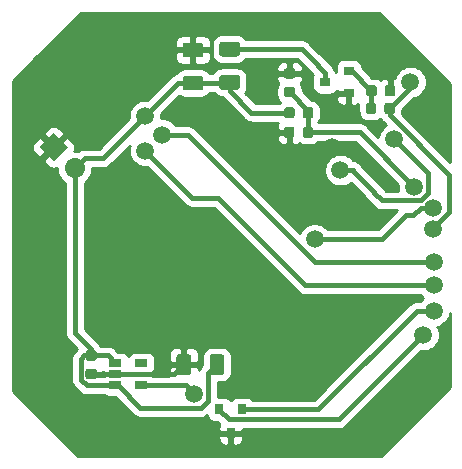
<source format=gbr>
G04 #@! TF.GenerationSoftware,KiCad,Pcbnew,5.1.4-1.fc30*
G04 #@! TF.CreationDate,2020-10-18T16:53:05+02:00*
G04 #@! TF.ProjectId,synchro2,73796e63-6872-46f3-922e-6b696361645f,rev?*
G04 #@! TF.SameCoordinates,Original*
G04 #@! TF.FileFunction,Copper,L2,Bot*
G04 #@! TF.FilePolarity,Positive*
%FSLAX46Y46*%
G04 Gerber Fmt 4.6, Leading zero omitted, Abs format (unit mm)*
G04 Created by KiCad (PCBNEW 5.1.4-1.fc30) date 2020-10-18 16:53:05*
%MOMM*%
%LPD*%
G04 APERTURE LIST*
%ADD10R,0.900000X0.800000*%
%ADD11R,1.060000X0.650000*%
%ADD12C,1.700000*%
%ADD13C,1.700000*%
%ADD14C,0.100000*%
%ADD15C,0.875000*%
%ADD16R,0.800000X0.900000*%
%ADD17C,1.250000*%
%ADD18C,1.500000*%
%ADD19C,0.400000*%
%ADD20C,0.254000*%
G04 APERTURE END LIST*
D10*
X227200000Y-103300000D03*
X229200000Y-104250000D03*
X229200000Y-102350000D03*
D11*
X211640000Y-128970000D03*
X211640000Y-127070000D03*
X209440000Y-127070000D03*
X209440000Y-128020000D03*
X209440000Y-128970000D03*
D12*
X205996051Y-110596051D03*
D13*
X205996051Y-110596051D02*
X205996051Y-110596051D01*
D12*
X204200000Y-108800000D03*
D14*
G36*
X204200000Y-110002082D02*
G01*
X202997918Y-108800000D01*
X204200000Y-107597918D01*
X205402082Y-108800000D01*
X204200000Y-110002082D01*
X204200000Y-110002082D01*
G37*
G36*
X232927691Y-103556053D02*
G01*
X232948926Y-103559203D01*
X232969750Y-103564419D01*
X232989962Y-103571651D01*
X233009368Y-103580830D01*
X233027781Y-103591866D01*
X233045024Y-103604654D01*
X233060930Y-103619070D01*
X233075346Y-103634976D01*
X233088134Y-103652219D01*
X233099170Y-103670632D01*
X233108349Y-103690038D01*
X233115581Y-103710250D01*
X233120797Y-103731074D01*
X233123947Y-103752309D01*
X233125000Y-103773750D01*
X233125000Y-104286250D01*
X233123947Y-104307691D01*
X233120797Y-104328926D01*
X233115581Y-104349750D01*
X233108349Y-104369962D01*
X233099170Y-104389368D01*
X233088134Y-104407781D01*
X233075346Y-104425024D01*
X233060930Y-104440930D01*
X233045024Y-104455346D01*
X233027781Y-104468134D01*
X233009368Y-104479170D01*
X232989962Y-104488349D01*
X232969750Y-104495581D01*
X232948926Y-104500797D01*
X232927691Y-104503947D01*
X232906250Y-104505000D01*
X232468750Y-104505000D01*
X232447309Y-104503947D01*
X232426074Y-104500797D01*
X232405250Y-104495581D01*
X232385038Y-104488349D01*
X232365632Y-104479170D01*
X232347219Y-104468134D01*
X232329976Y-104455346D01*
X232314070Y-104440930D01*
X232299654Y-104425024D01*
X232286866Y-104407781D01*
X232275830Y-104389368D01*
X232266651Y-104369962D01*
X232259419Y-104349750D01*
X232254203Y-104328926D01*
X232251053Y-104307691D01*
X232250000Y-104286250D01*
X232250000Y-103773750D01*
X232251053Y-103752309D01*
X232254203Y-103731074D01*
X232259419Y-103710250D01*
X232266651Y-103690038D01*
X232275830Y-103670632D01*
X232286866Y-103652219D01*
X232299654Y-103634976D01*
X232314070Y-103619070D01*
X232329976Y-103604654D01*
X232347219Y-103591866D01*
X232365632Y-103580830D01*
X232385038Y-103571651D01*
X232405250Y-103564419D01*
X232426074Y-103559203D01*
X232447309Y-103556053D01*
X232468750Y-103555000D01*
X232906250Y-103555000D01*
X232927691Y-103556053D01*
X232927691Y-103556053D01*
G37*
D15*
X232687500Y-104030000D03*
D14*
G36*
X231352691Y-103556053D02*
G01*
X231373926Y-103559203D01*
X231394750Y-103564419D01*
X231414962Y-103571651D01*
X231434368Y-103580830D01*
X231452781Y-103591866D01*
X231470024Y-103604654D01*
X231485930Y-103619070D01*
X231500346Y-103634976D01*
X231513134Y-103652219D01*
X231524170Y-103670632D01*
X231533349Y-103690038D01*
X231540581Y-103710250D01*
X231545797Y-103731074D01*
X231548947Y-103752309D01*
X231550000Y-103773750D01*
X231550000Y-104286250D01*
X231548947Y-104307691D01*
X231545797Y-104328926D01*
X231540581Y-104349750D01*
X231533349Y-104369962D01*
X231524170Y-104389368D01*
X231513134Y-104407781D01*
X231500346Y-104425024D01*
X231485930Y-104440930D01*
X231470024Y-104455346D01*
X231452781Y-104468134D01*
X231434368Y-104479170D01*
X231414962Y-104488349D01*
X231394750Y-104495581D01*
X231373926Y-104500797D01*
X231352691Y-104503947D01*
X231331250Y-104505000D01*
X230893750Y-104505000D01*
X230872309Y-104503947D01*
X230851074Y-104500797D01*
X230830250Y-104495581D01*
X230810038Y-104488349D01*
X230790632Y-104479170D01*
X230772219Y-104468134D01*
X230754976Y-104455346D01*
X230739070Y-104440930D01*
X230724654Y-104425024D01*
X230711866Y-104407781D01*
X230700830Y-104389368D01*
X230691651Y-104369962D01*
X230684419Y-104349750D01*
X230679203Y-104328926D01*
X230676053Y-104307691D01*
X230675000Y-104286250D01*
X230675000Y-103773750D01*
X230676053Y-103752309D01*
X230679203Y-103731074D01*
X230684419Y-103710250D01*
X230691651Y-103690038D01*
X230700830Y-103670632D01*
X230711866Y-103652219D01*
X230724654Y-103634976D01*
X230739070Y-103619070D01*
X230754976Y-103604654D01*
X230772219Y-103591866D01*
X230790632Y-103580830D01*
X230810038Y-103571651D01*
X230830250Y-103564419D01*
X230851074Y-103559203D01*
X230872309Y-103556053D01*
X230893750Y-103555000D01*
X231331250Y-103555000D01*
X231352691Y-103556053D01*
X231352691Y-103556053D01*
G37*
D15*
X231112500Y-104030000D03*
D14*
G36*
X207657691Y-127571053D02*
G01*
X207678926Y-127574203D01*
X207699750Y-127579419D01*
X207719962Y-127586651D01*
X207739368Y-127595830D01*
X207757781Y-127606866D01*
X207775024Y-127619654D01*
X207790930Y-127634070D01*
X207805346Y-127649976D01*
X207818134Y-127667219D01*
X207829170Y-127685632D01*
X207838349Y-127705038D01*
X207845581Y-127725250D01*
X207850797Y-127746074D01*
X207853947Y-127767309D01*
X207855000Y-127788750D01*
X207855000Y-128226250D01*
X207853947Y-128247691D01*
X207850797Y-128268926D01*
X207845581Y-128289750D01*
X207838349Y-128309962D01*
X207829170Y-128329368D01*
X207818134Y-128347781D01*
X207805346Y-128365024D01*
X207790930Y-128380930D01*
X207775024Y-128395346D01*
X207757781Y-128408134D01*
X207739368Y-128419170D01*
X207719962Y-128428349D01*
X207699750Y-128435581D01*
X207678926Y-128440797D01*
X207657691Y-128443947D01*
X207636250Y-128445000D01*
X207123750Y-128445000D01*
X207102309Y-128443947D01*
X207081074Y-128440797D01*
X207060250Y-128435581D01*
X207040038Y-128428349D01*
X207020632Y-128419170D01*
X207002219Y-128408134D01*
X206984976Y-128395346D01*
X206969070Y-128380930D01*
X206954654Y-128365024D01*
X206941866Y-128347781D01*
X206930830Y-128329368D01*
X206921651Y-128309962D01*
X206914419Y-128289750D01*
X206909203Y-128268926D01*
X206906053Y-128247691D01*
X206905000Y-128226250D01*
X206905000Y-127788750D01*
X206906053Y-127767309D01*
X206909203Y-127746074D01*
X206914419Y-127725250D01*
X206921651Y-127705038D01*
X206930830Y-127685632D01*
X206941866Y-127667219D01*
X206954654Y-127649976D01*
X206969070Y-127634070D01*
X206984976Y-127619654D01*
X207002219Y-127606866D01*
X207020632Y-127595830D01*
X207040038Y-127586651D01*
X207060250Y-127579419D01*
X207081074Y-127574203D01*
X207102309Y-127571053D01*
X207123750Y-127570000D01*
X207636250Y-127570000D01*
X207657691Y-127571053D01*
X207657691Y-127571053D01*
G37*
D15*
X207380000Y-128007500D03*
D14*
G36*
X207657691Y-125996053D02*
G01*
X207678926Y-125999203D01*
X207699750Y-126004419D01*
X207719962Y-126011651D01*
X207739368Y-126020830D01*
X207757781Y-126031866D01*
X207775024Y-126044654D01*
X207790930Y-126059070D01*
X207805346Y-126074976D01*
X207818134Y-126092219D01*
X207829170Y-126110632D01*
X207838349Y-126130038D01*
X207845581Y-126150250D01*
X207850797Y-126171074D01*
X207853947Y-126192309D01*
X207855000Y-126213750D01*
X207855000Y-126651250D01*
X207853947Y-126672691D01*
X207850797Y-126693926D01*
X207845581Y-126714750D01*
X207838349Y-126734962D01*
X207829170Y-126754368D01*
X207818134Y-126772781D01*
X207805346Y-126790024D01*
X207790930Y-126805930D01*
X207775024Y-126820346D01*
X207757781Y-126833134D01*
X207739368Y-126844170D01*
X207719962Y-126853349D01*
X207699750Y-126860581D01*
X207678926Y-126865797D01*
X207657691Y-126868947D01*
X207636250Y-126870000D01*
X207123750Y-126870000D01*
X207102309Y-126868947D01*
X207081074Y-126865797D01*
X207060250Y-126860581D01*
X207040038Y-126853349D01*
X207020632Y-126844170D01*
X207002219Y-126833134D01*
X206984976Y-126820346D01*
X206969070Y-126805930D01*
X206954654Y-126790024D01*
X206941866Y-126772781D01*
X206930830Y-126754368D01*
X206921651Y-126734962D01*
X206914419Y-126714750D01*
X206909203Y-126693926D01*
X206906053Y-126672691D01*
X206905000Y-126651250D01*
X206905000Y-126213750D01*
X206906053Y-126192309D01*
X206909203Y-126171074D01*
X206914419Y-126150250D01*
X206921651Y-126130038D01*
X206930830Y-126110632D01*
X206941866Y-126092219D01*
X206954654Y-126074976D01*
X206969070Y-126059070D01*
X206984976Y-126044654D01*
X207002219Y-126031866D01*
X207020632Y-126020830D01*
X207040038Y-126011651D01*
X207060250Y-126004419D01*
X207081074Y-125999203D01*
X207102309Y-125996053D01*
X207123750Y-125995000D01*
X207636250Y-125995000D01*
X207657691Y-125996053D01*
X207657691Y-125996053D01*
G37*
D15*
X207380000Y-126432500D03*
D16*
X218250000Y-131000000D03*
X220150000Y-131000000D03*
X219200000Y-133000000D03*
D14*
G36*
X231322691Y-105036053D02*
G01*
X231343926Y-105039203D01*
X231364750Y-105044419D01*
X231384962Y-105051651D01*
X231404368Y-105060830D01*
X231422781Y-105071866D01*
X231440024Y-105084654D01*
X231455930Y-105099070D01*
X231470346Y-105114976D01*
X231483134Y-105132219D01*
X231494170Y-105150632D01*
X231503349Y-105170038D01*
X231510581Y-105190250D01*
X231515797Y-105211074D01*
X231518947Y-105232309D01*
X231520000Y-105253750D01*
X231520000Y-105766250D01*
X231518947Y-105787691D01*
X231515797Y-105808926D01*
X231510581Y-105829750D01*
X231503349Y-105849962D01*
X231494170Y-105869368D01*
X231483134Y-105887781D01*
X231470346Y-105905024D01*
X231455930Y-105920930D01*
X231440024Y-105935346D01*
X231422781Y-105948134D01*
X231404368Y-105959170D01*
X231384962Y-105968349D01*
X231364750Y-105975581D01*
X231343926Y-105980797D01*
X231322691Y-105983947D01*
X231301250Y-105985000D01*
X230863750Y-105985000D01*
X230842309Y-105983947D01*
X230821074Y-105980797D01*
X230800250Y-105975581D01*
X230780038Y-105968349D01*
X230760632Y-105959170D01*
X230742219Y-105948134D01*
X230724976Y-105935346D01*
X230709070Y-105920930D01*
X230694654Y-105905024D01*
X230681866Y-105887781D01*
X230670830Y-105869368D01*
X230661651Y-105849962D01*
X230654419Y-105829750D01*
X230649203Y-105808926D01*
X230646053Y-105787691D01*
X230645000Y-105766250D01*
X230645000Y-105253750D01*
X230646053Y-105232309D01*
X230649203Y-105211074D01*
X230654419Y-105190250D01*
X230661651Y-105170038D01*
X230670830Y-105150632D01*
X230681866Y-105132219D01*
X230694654Y-105114976D01*
X230709070Y-105099070D01*
X230724976Y-105084654D01*
X230742219Y-105071866D01*
X230760632Y-105060830D01*
X230780038Y-105051651D01*
X230800250Y-105044419D01*
X230821074Y-105039203D01*
X230842309Y-105036053D01*
X230863750Y-105035000D01*
X231301250Y-105035000D01*
X231322691Y-105036053D01*
X231322691Y-105036053D01*
G37*
D15*
X231082500Y-105510000D03*
D14*
G36*
X232897691Y-105036053D02*
G01*
X232918926Y-105039203D01*
X232939750Y-105044419D01*
X232959962Y-105051651D01*
X232979368Y-105060830D01*
X232997781Y-105071866D01*
X233015024Y-105084654D01*
X233030930Y-105099070D01*
X233045346Y-105114976D01*
X233058134Y-105132219D01*
X233069170Y-105150632D01*
X233078349Y-105170038D01*
X233085581Y-105190250D01*
X233090797Y-105211074D01*
X233093947Y-105232309D01*
X233095000Y-105253750D01*
X233095000Y-105766250D01*
X233093947Y-105787691D01*
X233090797Y-105808926D01*
X233085581Y-105829750D01*
X233078349Y-105849962D01*
X233069170Y-105869368D01*
X233058134Y-105887781D01*
X233045346Y-105905024D01*
X233030930Y-105920930D01*
X233015024Y-105935346D01*
X232997781Y-105948134D01*
X232979368Y-105959170D01*
X232959962Y-105968349D01*
X232939750Y-105975581D01*
X232918926Y-105980797D01*
X232897691Y-105983947D01*
X232876250Y-105985000D01*
X232438750Y-105985000D01*
X232417309Y-105983947D01*
X232396074Y-105980797D01*
X232375250Y-105975581D01*
X232355038Y-105968349D01*
X232335632Y-105959170D01*
X232317219Y-105948134D01*
X232299976Y-105935346D01*
X232284070Y-105920930D01*
X232269654Y-105905024D01*
X232256866Y-105887781D01*
X232245830Y-105869368D01*
X232236651Y-105849962D01*
X232229419Y-105829750D01*
X232224203Y-105808926D01*
X232221053Y-105787691D01*
X232220000Y-105766250D01*
X232220000Y-105253750D01*
X232221053Y-105232309D01*
X232224203Y-105211074D01*
X232229419Y-105190250D01*
X232236651Y-105170038D01*
X232245830Y-105150632D01*
X232256866Y-105132219D01*
X232269654Y-105114976D01*
X232284070Y-105099070D01*
X232299976Y-105084654D01*
X232317219Y-105071866D01*
X232335632Y-105060830D01*
X232355038Y-105051651D01*
X232375250Y-105044419D01*
X232396074Y-105039203D01*
X232417309Y-105036053D01*
X232438750Y-105035000D01*
X232876250Y-105035000D01*
X232897691Y-105036053D01*
X232897691Y-105036053D01*
G37*
D15*
X232657500Y-105510000D03*
D14*
G36*
X224457691Y-103691053D02*
G01*
X224478926Y-103694203D01*
X224499750Y-103699419D01*
X224519962Y-103706651D01*
X224539368Y-103715830D01*
X224557781Y-103726866D01*
X224575024Y-103739654D01*
X224590930Y-103754070D01*
X224605346Y-103769976D01*
X224618134Y-103787219D01*
X224629170Y-103805632D01*
X224638349Y-103825038D01*
X224645581Y-103845250D01*
X224650797Y-103866074D01*
X224653947Y-103887309D01*
X224655000Y-103908750D01*
X224655000Y-104346250D01*
X224653947Y-104367691D01*
X224650797Y-104388926D01*
X224645581Y-104409750D01*
X224638349Y-104429962D01*
X224629170Y-104449368D01*
X224618134Y-104467781D01*
X224605346Y-104485024D01*
X224590930Y-104500930D01*
X224575024Y-104515346D01*
X224557781Y-104528134D01*
X224539368Y-104539170D01*
X224519962Y-104548349D01*
X224499750Y-104555581D01*
X224478926Y-104560797D01*
X224457691Y-104563947D01*
X224436250Y-104565000D01*
X223923750Y-104565000D01*
X223902309Y-104563947D01*
X223881074Y-104560797D01*
X223860250Y-104555581D01*
X223840038Y-104548349D01*
X223820632Y-104539170D01*
X223802219Y-104528134D01*
X223784976Y-104515346D01*
X223769070Y-104500930D01*
X223754654Y-104485024D01*
X223741866Y-104467781D01*
X223730830Y-104449368D01*
X223721651Y-104429962D01*
X223714419Y-104409750D01*
X223709203Y-104388926D01*
X223706053Y-104367691D01*
X223705000Y-104346250D01*
X223705000Y-103908750D01*
X223706053Y-103887309D01*
X223709203Y-103866074D01*
X223714419Y-103845250D01*
X223721651Y-103825038D01*
X223730830Y-103805632D01*
X223741866Y-103787219D01*
X223754654Y-103769976D01*
X223769070Y-103754070D01*
X223784976Y-103739654D01*
X223802219Y-103726866D01*
X223820632Y-103715830D01*
X223840038Y-103706651D01*
X223860250Y-103699419D01*
X223881074Y-103694203D01*
X223902309Y-103691053D01*
X223923750Y-103690000D01*
X224436250Y-103690000D01*
X224457691Y-103691053D01*
X224457691Y-103691053D01*
G37*
D15*
X224180000Y-104127500D03*
D14*
G36*
X224457691Y-102116053D02*
G01*
X224478926Y-102119203D01*
X224499750Y-102124419D01*
X224519962Y-102131651D01*
X224539368Y-102140830D01*
X224557781Y-102151866D01*
X224575024Y-102164654D01*
X224590930Y-102179070D01*
X224605346Y-102194976D01*
X224618134Y-102212219D01*
X224629170Y-102230632D01*
X224638349Y-102250038D01*
X224645581Y-102270250D01*
X224650797Y-102291074D01*
X224653947Y-102312309D01*
X224655000Y-102333750D01*
X224655000Y-102771250D01*
X224653947Y-102792691D01*
X224650797Y-102813926D01*
X224645581Y-102834750D01*
X224638349Y-102854962D01*
X224629170Y-102874368D01*
X224618134Y-102892781D01*
X224605346Y-102910024D01*
X224590930Y-102925930D01*
X224575024Y-102940346D01*
X224557781Y-102953134D01*
X224539368Y-102964170D01*
X224519962Y-102973349D01*
X224499750Y-102980581D01*
X224478926Y-102985797D01*
X224457691Y-102988947D01*
X224436250Y-102990000D01*
X223923750Y-102990000D01*
X223902309Y-102988947D01*
X223881074Y-102985797D01*
X223860250Y-102980581D01*
X223840038Y-102973349D01*
X223820632Y-102964170D01*
X223802219Y-102953134D01*
X223784976Y-102940346D01*
X223769070Y-102925930D01*
X223754654Y-102910024D01*
X223741866Y-102892781D01*
X223730830Y-102874368D01*
X223721651Y-102854962D01*
X223714419Y-102834750D01*
X223709203Y-102813926D01*
X223706053Y-102792691D01*
X223705000Y-102771250D01*
X223705000Y-102333750D01*
X223706053Y-102312309D01*
X223709203Y-102291074D01*
X223714419Y-102270250D01*
X223721651Y-102250038D01*
X223730830Y-102230632D01*
X223741866Y-102212219D01*
X223754654Y-102194976D01*
X223769070Y-102179070D01*
X223784976Y-102164654D01*
X223802219Y-102151866D01*
X223820632Y-102140830D01*
X223840038Y-102131651D01*
X223860250Y-102124419D01*
X223881074Y-102119203D01*
X223902309Y-102116053D01*
X223923750Y-102115000D01*
X224436250Y-102115000D01*
X224457691Y-102116053D01*
X224457691Y-102116053D01*
G37*
D15*
X224180000Y-102552500D03*
D14*
G36*
X224412691Y-105406053D02*
G01*
X224433926Y-105409203D01*
X224454750Y-105414419D01*
X224474962Y-105421651D01*
X224494368Y-105430830D01*
X224512781Y-105441866D01*
X224530024Y-105454654D01*
X224545930Y-105469070D01*
X224560346Y-105484976D01*
X224573134Y-105502219D01*
X224584170Y-105520632D01*
X224593349Y-105540038D01*
X224600581Y-105560250D01*
X224605797Y-105581074D01*
X224608947Y-105602309D01*
X224610000Y-105623750D01*
X224610000Y-106136250D01*
X224608947Y-106157691D01*
X224605797Y-106178926D01*
X224600581Y-106199750D01*
X224593349Y-106219962D01*
X224584170Y-106239368D01*
X224573134Y-106257781D01*
X224560346Y-106275024D01*
X224545930Y-106290930D01*
X224530024Y-106305346D01*
X224512781Y-106318134D01*
X224494368Y-106329170D01*
X224474962Y-106338349D01*
X224454750Y-106345581D01*
X224433926Y-106350797D01*
X224412691Y-106353947D01*
X224391250Y-106355000D01*
X223953750Y-106355000D01*
X223932309Y-106353947D01*
X223911074Y-106350797D01*
X223890250Y-106345581D01*
X223870038Y-106338349D01*
X223850632Y-106329170D01*
X223832219Y-106318134D01*
X223814976Y-106305346D01*
X223799070Y-106290930D01*
X223784654Y-106275024D01*
X223771866Y-106257781D01*
X223760830Y-106239368D01*
X223751651Y-106219962D01*
X223744419Y-106199750D01*
X223739203Y-106178926D01*
X223736053Y-106157691D01*
X223735000Y-106136250D01*
X223735000Y-105623750D01*
X223736053Y-105602309D01*
X223739203Y-105581074D01*
X223744419Y-105560250D01*
X223751651Y-105540038D01*
X223760830Y-105520632D01*
X223771866Y-105502219D01*
X223784654Y-105484976D01*
X223799070Y-105469070D01*
X223814976Y-105454654D01*
X223832219Y-105441866D01*
X223850632Y-105430830D01*
X223870038Y-105421651D01*
X223890250Y-105414419D01*
X223911074Y-105409203D01*
X223932309Y-105406053D01*
X223953750Y-105405000D01*
X224391250Y-105405000D01*
X224412691Y-105406053D01*
X224412691Y-105406053D01*
G37*
D15*
X224172500Y-105880000D03*
D14*
G36*
X225987691Y-105406053D02*
G01*
X226008926Y-105409203D01*
X226029750Y-105414419D01*
X226049962Y-105421651D01*
X226069368Y-105430830D01*
X226087781Y-105441866D01*
X226105024Y-105454654D01*
X226120930Y-105469070D01*
X226135346Y-105484976D01*
X226148134Y-105502219D01*
X226159170Y-105520632D01*
X226168349Y-105540038D01*
X226175581Y-105560250D01*
X226180797Y-105581074D01*
X226183947Y-105602309D01*
X226185000Y-105623750D01*
X226185000Y-106136250D01*
X226183947Y-106157691D01*
X226180797Y-106178926D01*
X226175581Y-106199750D01*
X226168349Y-106219962D01*
X226159170Y-106239368D01*
X226148134Y-106257781D01*
X226135346Y-106275024D01*
X226120930Y-106290930D01*
X226105024Y-106305346D01*
X226087781Y-106318134D01*
X226069368Y-106329170D01*
X226049962Y-106338349D01*
X226029750Y-106345581D01*
X226008926Y-106350797D01*
X225987691Y-106353947D01*
X225966250Y-106355000D01*
X225528750Y-106355000D01*
X225507309Y-106353947D01*
X225486074Y-106350797D01*
X225465250Y-106345581D01*
X225445038Y-106338349D01*
X225425632Y-106329170D01*
X225407219Y-106318134D01*
X225389976Y-106305346D01*
X225374070Y-106290930D01*
X225359654Y-106275024D01*
X225346866Y-106257781D01*
X225335830Y-106239368D01*
X225326651Y-106219962D01*
X225319419Y-106199750D01*
X225314203Y-106178926D01*
X225311053Y-106157691D01*
X225310000Y-106136250D01*
X225310000Y-105623750D01*
X225311053Y-105602309D01*
X225314203Y-105581074D01*
X225319419Y-105560250D01*
X225326651Y-105540038D01*
X225335830Y-105520632D01*
X225346866Y-105502219D01*
X225359654Y-105484976D01*
X225374070Y-105469070D01*
X225389976Y-105454654D01*
X225407219Y-105441866D01*
X225425632Y-105430830D01*
X225445038Y-105421651D01*
X225465250Y-105414419D01*
X225486074Y-105409203D01*
X225507309Y-105406053D01*
X225528750Y-105405000D01*
X225966250Y-105405000D01*
X225987691Y-105406053D01*
X225987691Y-105406053D01*
G37*
D15*
X225747500Y-105880000D03*
D14*
G36*
X224402691Y-107056053D02*
G01*
X224423926Y-107059203D01*
X224444750Y-107064419D01*
X224464962Y-107071651D01*
X224484368Y-107080830D01*
X224502781Y-107091866D01*
X224520024Y-107104654D01*
X224535930Y-107119070D01*
X224550346Y-107134976D01*
X224563134Y-107152219D01*
X224574170Y-107170632D01*
X224583349Y-107190038D01*
X224590581Y-107210250D01*
X224595797Y-107231074D01*
X224598947Y-107252309D01*
X224600000Y-107273750D01*
X224600000Y-107786250D01*
X224598947Y-107807691D01*
X224595797Y-107828926D01*
X224590581Y-107849750D01*
X224583349Y-107869962D01*
X224574170Y-107889368D01*
X224563134Y-107907781D01*
X224550346Y-107925024D01*
X224535930Y-107940930D01*
X224520024Y-107955346D01*
X224502781Y-107968134D01*
X224484368Y-107979170D01*
X224464962Y-107988349D01*
X224444750Y-107995581D01*
X224423926Y-108000797D01*
X224402691Y-108003947D01*
X224381250Y-108005000D01*
X223943750Y-108005000D01*
X223922309Y-108003947D01*
X223901074Y-108000797D01*
X223880250Y-107995581D01*
X223860038Y-107988349D01*
X223840632Y-107979170D01*
X223822219Y-107968134D01*
X223804976Y-107955346D01*
X223789070Y-107940930D01*
X223774654Y-107925024D01*
X223761866Y-107907781D01*
X223750830Y-107889368D01*
X223741651Y-107869962D01*
X223734419Y-107849750D01*
X223729203Y-107828926D01*
X223726053Y-107807691D01*
X223725000Y-107786250D01*
X223725000Y-107273750D01*
X223726053Y-107252309D01*
X223729203Y-107231074D01*
X223734419Y-107210250D01*
X223741651Y-107190038D01*
X223750830Y-107170632D01*
X223761866Y-107152219D01*
X223774654Y-107134976D01*
X223789070Y-107119070D01*
X223804976Y-107104654D01*
X223822219Y-107091866D01*
X223840632Y-107080830D01*
X223860038Y-107071651D01*
X223880250Y-107064419D01*
X223901074Y-107059203D01*
X223922309Y-107056053D01*
X223943750Y-107055000D01*
X224381250Y-107055000D01*
X224402691Y-107056053D01*
X224402691Y-107056053D01*
G37*
D15*
X224162500Y-107530000D03*
D14*
G36*
X225977691Y-107056053D02*
G01*
X225998926Y-107059203D01*
X226019750Y-107064419D01*
X226039962Y-107071651D01*
X226059368Y-107080830D01*
X226077781Y-107091866D01*
X226095024Y-107104654D01*
X226110930Y-107119070D01*
X226125346Y-107134976D01*
X226138134Y-107152219D01*
X226149170Y-107170632D01*
X226158349Y-107190038D01*
X226165581Y-107210250D01*
X226170797Y-107231074D01*
X226173947Y-107252309D01*
X226175000Y-107273750D01*
X226175000Y-107786250D01*
X226173947Y-107807691D01*
X226170797Y-107828926D01*
X226165581Y-107849750D01*
X226158349Y-107869962D01*
X226149170Y-107889368D01*
X226138134Y-107907781D01*
X226125346Y-107925024D01*
X226110930Y-107940930D01*
X226095024Y-107955346D01*
X226077781Y-107968134D01*
X226059368Y-107979170D01*
X226039962Y-107988349D01*
X226019750Y-107995581D01*
X225998926Y-108000797D01*
X225977691Y-108003947D01*
X225956250Y-108005000D01*
X225518750Y-108005000D01*
X225497309Y-108003947D01*
X225476074Y-108000797D01*
X225455250Y-107995581D01*
X225435038Y-107988349D01*
X225415632Y-107979170D01*
X225397219Y-107968134D01*
X225379976Y-107955346D01*
X225364070Y-107940930D01*
X225349654Y-107925024D01*
X225336866Y-107907781D01*
X225325830Y-107889368D01*
X225316651Y-107869962D01*
X225309419Y-107849750D01*
X225304203Y-107828926D01*
X225301053Y-107807691D01*
X225300000Y-107786250D01*
X225300000Y-107273750D01*
X225301053Y-107252309D01*
X225304203Y-107231074D01*
X225309419Y-107210250D01*
X225316651Y-107190038D01*
X225325830Y-107170632D01*
X225336866Y-107152219D01*
X225349654Y-107134976D01*
X225364070Y-107119070D01*
X225379976Y-107104654D01*
X225397219Y-107091866D01*
X225415632Y-107080830D01*
X225435038Y-107071651D01*
X225455250Y-107064419D01*
X225476074Y-107059203D01*
X225497309Y-107056053D01*
X225518750Y-107055000D01*
X225956250Y-107055000D01*
X225977691Y-107056053D01*
X225977691Y-107056053D01*
G37*
D15*
X225737500Y-107530000D03*
D14*
G36*
X218429504Y-126326204D02*
G01*
X218453773Y-126329804D01*
X218477571Y-126335765D01*
X218500671Y-126344030D01*
X218522849Y-126354520D01*
X218543893Y-126367133D01*
X218563598Y-126381747D01*
X218581777Y-126398223D01*
X218598253Y-126416402D01*
X218612867Y-126436107D01*
X218625480Y-126457151D01*
X218635970Y-126479329D01*
X218644235Y-126502429D01*
X218650196Y-126526227D01*
X218653796Y-126550496D01*
X218655000Y-126575000D01*
X218655000Y-127825000D01*
X218653796Y-127849504D01*
X218650196Y-127873773D01*
X218644235Y-127897571D01*
X218635970Y-127920671D01*
X218625480Y-127942849D01*
X218612867Y-127963893D01*
X218598253Y-127983598D01*
X218581777Y-128001777D01*
X218563598Y-128018253D01*
X218543893Y-128032867D01*
X218522849Y-128045480D01*
X218500671Y-128055970D01*
X218477571Y-128064235D01*
X218453773Y-128070196D01*
X218429504Y-128073796D01*
X218405000Y-128075000D01*
X217655000Y-128075000D01*
X217630496Y-128073796D01*
X217606227Y-128070196D01*
X217582429Y-128064235D01*
X217559329Y-128055970D01*
X217537151Y-128045480D01*
X217516107Y-128032867D01*
X217496402Y-128018253D01*
X217478223Y-128001777D01*
X217461747Y-127983598D01*
X217447133Y-127963893D01*
X217434520Y-127942849D01*
X217424030Y-127920671D01*
X217415765Y-127897571D01*
X217409804Y-127873773D01*
X217406204Y-127849504D01*
X217405000Y-127825000D01*
X217405000Y-126575000D01*
X217406204Y-126550496D01*
X217409804Y-126526227D01*
X217415765Y-126502429D01*
X217424030Y-126479329D01*
X217434520Y-126457151D01*
X217447133Y-126436107D01*
X217461747Y-126416402D01*
X217478223Y-126398223D01*
X217496402Y-126381747D01*
X217516107Y-126367133D01*
X217537151Y-126354520D01*
X217559329Y-126344030D01*
X217582429Y-126335765D01*
X217606227Y-126329804D01*
X217630496Y-126326204D01*
X217655000Y-126325000D01*
X218405000Y-126325000D01*
X218429504Y-126326204D01*
X218429504Y-126326204D01*
G37*
D17*
X218030000Y-127200000D03*
D14*
G36*
X215629504Y-126326204D02*
G01*
X215653773Y-126329804D01*
X215677571Y-126335765D01*
X215700671Y-126344030D01*
X215722849Y-126354520D01*
X215743893Y-126367133D01*
X215763598Y-126381747D01*
X215781777Y-126398223D01*
X215798253Y-126416402D01*
X215812867Y-126436107D01*
X215825480Y-126457151D01*
X215835970Y-126479329D01*
X215844235Y-126502429D01*
X215850196Y-126526227D01*
X215853796Y-126550496D01*
X215855000Y-126575000D01*
X215855000Y-127825000D01*
X215853796Y-127849504D01*
X215850196Y-127873773D01*
X215844235Y-127897571D01*
X215835970Y-127920671D01*
X215825480Y-127942849D01*
X215812867Y-127963893D01*
X215798253Y-127983598D01*
X215781777Y-128001777D01*
X215763598Y-128018253D01*
X215743893Y-128032867D01*
X215722849Y-128045480D01*
X215700671Y-128055970D01*
X215677571Y-128064235D01*
X215653773Y-128070196D01*
X215629504Y-128073796D01*
X215605000Y-128075000D01*
X214855000Y-128075000D01*
X214830496Y-128073796D01*
X214806227Y-128070196D01*
X214782429Y-128064235D01*
X214759329Y-128055970D01*
X214737151Y-128045480D01*
X214716107Y-128032867D01*
X214696402Y-128018253D01*
X214678223Y-128001777D01*
X214661747Y-127983598D01*
X214647133Y-127963893D01*
X214634520Y-127942849D01*
X214624030Y-127920671D01*
X214615765Y-127897571D01*
X214609804Y-127873773D01*
X214606204Y-127849504D01*
X214605000Y-127825000D01*
X214605000Y-126575000D01*
X214606204Y-126550496D01*
X214609804Y-126526227D01*
X214615765Y-126502429D01*
X214624030Y-126479329D01*
X214634520Y-126457151D01*
X214647133Y-126436107D01*
X214661747Y-126416402D01*
X214678223Y-126398223D01*
X214696402Y-126381747D01*
X214716107Y-126367133D01*
X214737151Y-126354520D01*
X214759329Y-126344030D01*
X214782429Y-126335765D01*
X214806227Y-126329804D01*
X214830496Y-126326204D01*
X214855000Y-126325000D01*
X215605000Y-126325000D01*
X215629504Y-126326204D01*
X215629504Y-126326204D01*
G37*
D17*
X215230000Y-127200000D03*
D14*
G36*
X216649504Y-102746204D02*
G01*
X216673773Y-102749804D01*
X216697571Y-102755765D01*
X216720671Y-102764030D01*
X216742849Y-102774520D01*
X216763893Y-102787133D01*
X216783598Y-102801747D01*
X216801777Y-102818223D01*
X216818253Y-102836402D01*
X216832867Y-102856107D01*
X216845480Y-102877151D01*
X216855970Y-102899329D01*
X216864235Y-102922429D01*
X216870196Y-102946227D01*
X216873796Y-102970496D01*
X216875000Y-102995000D01*
X216875000Y-103745000D01*
X216873796Y-103769504D01*
X216870196Y-103793773D01*
X216864235Y-103817571D01*
X216855970Y-103840671D01*
X216845480Y-103862849D01*
X216832867Y-103883893D01*
X216818253Y-103903598D01*
X216801777Y-103921777D01*
X216783598Y-103938253D01*
X216763893Y-103952867D01*
X216742849Y-103965480D01*
X216720671Y-103975970D01*
X216697571Y-103984235D01*
X216673773Y-103990196D01*
X216649504Y-103993796D01*
X216625000Y-103995000D01*
X215375000Y-103995000D01*
X215350496Y-103993796D01*
X215326227Y-103990196D01*
X215302429Y-103984235D01*
X215279329Y-103975970D01*
X215257151Y-103965480D01*
X215236107Y-103952867D01*
X215216402Y-103938253D01*
X215198223Y-103921777D01*
X215181747Y-103903598D01*
X215167133Y-103883893D01*
X215154520Y-103862849D01*
X215144030Y-103840671D01*
X215135765Y-103817571D01*
X215129804Y-103793773D01*
X215126204Y-103769504D01*
X215125000Y-103745000D01*
X215125000Y-102995000D01*
X215126204Y-102970496D01*
X215129804Y-102946227D01*
X215135765Y-102922429D01*
X215144030Y-102899329D01*
X215154520Y-102877151D01*
X215167133Y-102856107D01*
X215181747Y-102836402D01*
X215198223Y-102818223D01*
X215216402Y-102801747D01*
X215236107Y-102787133D01*
X215257151Y-102774520D01*
X215279329Y-102764030D01*
X215302429Y-102755765D01*
X215326227Y-102749804D01*
X215350496Y-102746204D01*
X215375000Y-102745000D01*
X216625000Y-102745000D01*
X216649504Y-102746204D01*
X216649504Y-102746204D01*
G37*
D17*
X216000000Y-103370000D03*
D14*
G36*
X216649504Y-99946204D02*
G01*
X216673773Y-99949804D01*
X216697571Y-99955765D01*
X216720671Y-99964030D01*
X216742849Y-99974520D01*
X216763893Y-99987133D01*
X216783598Y-100001747D01*
X216801777Y-100018223D01*
X216818253Y-100036402D01*
X216832867Y-100056107D01*
X216845480Y-100077151D01*
X216855970Y-100099329D01*
X216864235Y-100122429D01*
X216870196Y-100146227D01*
X216873796Y-100170496D01*
X216875000Y-100195000D01*
X216875000Y-100945000D01*
X216873796Y-100969504D01*
X216870196Y-100993773D01*
X216864235Y-101017571D01*
X216855970Y-101040671D01*
X216845480Y-101062849D01*
X216832867Y-101083893D01*
X216818253Y-101103598D01*
X216801777Y-101121777D01*
X216783598Y-101138253D01*
X216763893Y-101152867D01*
X216742849Y-101165480D01*
X216720671Y-101175970D01*
X216697571Y-101184235D01*
X216673773Y-101190196D01*
X216649504Y-101193796D01*
X216625000Y-101195000D01*
X215375000Y-101195000D01*
X215350496Y-101193796D01*
X215326227Y-101190196D01*
X215302429Y-101184235D01*
X215279329Y-101175970D01*
X215257151Y-101165480D01*
X215236107Y-101152867D01*
X215216402Y-101138253D01*
X215198223Y-101121777D01*
X215181747Y-101103598D01*
X215167133Y-101083893D01*
X215154520Y-101062849D01*
X215144030Y-101040671D01*
X215135765Y-101017571D01*
X215129804Y-100993773D01*
X215126204Y-100969504D01*
X215125000Y-100945000D01*
X215125000Y-100195000D01*
X215126204Y-100170496D01*
X215129804Y-100146227D01*
X215135765Y-100122429D01*
X215144030Y-100099329D01*
X215154520Y-100077151D01*
X215167133Y-100056107D01*
X215181747Y-100036402D01*
X215198223Y-100018223D01*
X215216402Y-100001747D01*
X215236107Y-99987133D01*
X215257151Y-99974520D01*
X215279329Y-99964030D01*
X215302429Y-99955765D01*
X215326227Y-99949804D01*
X215350496Y-99946204D01*
X215375000Y-99945000D01*
X216625000Y-99945000D01*
X216649504Y-99946204D01*
X216649504Y-99946204D01*
G37*
D17*
X216000000Y-100570000D03*
D14*
G36*
X219749504Y-99876204D02*
G01*
X219773773Y-99879804D01*
X219797571Y-99885765D01*
X219820671Y-99894030D01*
X219842849Y-99904520D01*
X219863893Y-99917133D01*
X219883598Y-99931747D01*
X219901777Y-99948223D01*
X219918253Y-99966402D01*
X219932867Y-99986107D01*
X219945480Y-100007151D01*
X219955970Y-100029329D01*
X219964235Y-100052429D01*
X219970196Y-100076227D01*
X219973796Y-100100496D01*
X219975000Y-100125000D01*
X219975000Y-100875000D01*
X219973796Y-100899504D01*
X219970196Y-100923773D01*
X219964235Y-100947571D01*
X219955970Y-100970671D01*
X219945480Y-100992849D01*
X219932867Y-101013893D01*
X219918253Y-101033598D01*
X219901777Y-101051777D01*
X219883598Y-101068253D01*
X219863893Y-101082867D01*
X219842849Y-101095480D01*
X219820671Y-101105970D01*
X219797571Y-101114235D01*
X219773773Y-101120196D01*
X219749504Y-101123796D01*
X219725000Y-101125000D01*
X218475000Y-101125000D01*
X218450496Y-101123796D01*
X218426227Y-101120196D01*
X218402429Y-101114235D01*
X218379329Y-101105970D01*
X218357151Y-101095480D01*
X218336107Y-101082867D01*
X218316402Y-101068253D01*
X218298223Y-101051777D01*
X218281747Y-101033598D01*
X218267133Y-101013893D01*
X218254520Y-100992849D01*
X218244030Y-100970671D01*
X218235765Y-100947571D01*
X218229804Y-100923773D01*
X218226204Y-100899504D01*
X218225000Y-100875000D01*
X218225000Y-100125000D01*
X218226204Y-100100496D01*
X218229804Y-100076227D01*
X218235765Y-100052429D01*
X218244030Y-100029329D01*
X218254520Y-100007151D01*
X218267133Y-99986107D01*
X218281747Y-99966402D01*
X218298223Y-99948223D01*
X218316402Y-99931747D01*
X218336107Y-99917133D01*
X218357151Y-99904520D01*
X218379329Y-99894030D01*
X218402429Y-99885765D01*
X218426227Y-99879804D01*
X218450496Y-99876204D01*
X218475000Y-99875000D01*
X219725000Y-99875000D01*
X219749504Y-99876204D01*
X219749504Y-99876204D01*
G37*
D17*
X219100000Y-100500000D03*
D14*
G36*
X219749504Y-102676204D02*
G01*
X219773773Y-102679804D01*
X219797571Y-102685765D01*
X219820671Y-102694030D01*
X219842849Y-102704520D01*
X219863893Y-102717133D01*
X219883598Y-102731747D01*
X219901777Y-102748223D01*
X219918253Y-102766402D01*
X219932867Y-102786107D01*
X219945480Y-102807151D01*
X219955970Y-102829329D01*
X219964235Y-102852429D01*
X219970196Y-102876227D01*
X219973796Y-102900496D01*
X219975000Y-102925000D01*
X219975000Y-103675000D01*
X219973796Y-103699504D01*
X219970196Y-103723773D01*
X219964235Y-103747571D01*
X219955970Y-103770671D01*
X219945480Y-103792849D01*
X219932867Y-103813893D01*
X219918253Y-103833598D01*
X219901777Y-103851777D01*
X219883598Y-103868253D01*
X219863893Y-103882867D01*
X219842849Y-103895480D01*
X219820671Y-103905970D01*
X219797571Y-103914235D01*
X219773773Y-103920196D01*
X219749504Y-103923796D01*
X219725000Y-103925000D01*
X218475000Y-103925000D01*
X218450496Y-103923796D01*
X218426227Y-103920196D01*
X218402429Y-103914235D01*
X218379329Y-103905970D01*
X218357151Y-103895480D01*
X218336107Y-103882867D01*
X218316402Y-103868253D01*
X218298223Y-103851777D01*
X218281747Y-103833598D01*
X218267133Y-103813893D01*
X218254520Y-103792849D01*
X218244030Y-103770671D01*
X218235765Y-103747571D01*
X218229804Y-103723773D01*
X218226204Y-103699504D01*
X218225000Y-103675000D01*
X218225000Y-102925000D01*
X218226204Y-102900496D01*
X218229804Y-102876227D01*
X218235765Y-102852429D01*
X218244030Y-102829329D01*
X218254520Y-102807151D01*
X218267133Y-102786107D01*
X218281747Y-102766402D01*
X218298223Y-102748223D01*
X218316402Y-102731747D01*
X218336107Y-102717133D01*
X218357151Y-102704520D01*
X218379329Y-102694030D01*
X218402429Y-102685765D01*
X218426227Y-102679804D01*
X218450496Y-102676204D01*
X218475000Y-102675000D01*
X219725000Y-102675000D01*
X219749504Y-102676204D01*
X219749504Y-102676204D01*
G37*
D17*
X219100000Y-103300000D03*
D18*
X209300000Y-118950000D03*
X226250000Y-99150000D03*
X232390000Y-100770000D03*
X230890000Y-99790000D03*
X229110000Y-99140000D03*
X227760000Y-108780000D03*
X215510000Y-105800000D03*
X212740000Y-99050000D03*
X212920000Y-100800000D03*
X209430000Y-99450000D03*
X208460000Y-102460000D03*
X211950000Y-106160000D03*
X216130000Y-129720000D03*
X233058077Y-108111923D03*
X228480000Y-110740000D03*
X236350000Y-115720000D03*
X235500000Y-124700000D03*
X234420000Y-103280000D03*
X226320000Y-116600000D03*
X236330000Y-113950000D03*
X236400000Y-122650000D03*
X234740000Y-112160000D03*
X236400000Y-120500000D03*
X211950000Y-109100000D03*
X236400000Y-118500000D03*
X213400000Y-107750000D03*
D19*
X209327500Y-127907500D02*
X209440000Y-128020000D01*
X207392500Y-128020000D02*
X207380000Y-128007500D01*
X209440000Y-128020000D02*
X207392500Y-128020000D01*
X214410000Y-128020000D02*
X215230000Y-127200000D01*
X209440000Y-128020000D02*
X214410000Y-128020000D01*
X216682001Y-130870001D02*
X211545001Y-130870001D01*
X217280001Y-130272001D02*
X216682001Y-130870001D01*
X209645000Y-128970000D02*
X209440000Y-128970000D01*
X211545001Y-130870001D02*
X209645000Y-128970000D01*
X208802500Y-126432500D02*
X209440000Y-127070000D01*
X207380000Y-126432500D02*
X208802500Y-126432500D01*
X207380000Y-125895000D02*
X205996051Y-124511051D01*
X205996051Y-124511051D02*
X205996051Y-120006051D01*
X207380000Y-126432500D02*
X207380000Y-125895000D01*
X205996051Y-110596051D02*
X205996051Y-120006051D01*
X205996051Y-120006051D02*
X205996051Y-120353949D01*
X206992440Y-128970000D02*
X208510000Y-128970000D01*
X206504990Y-128482550D02*
X206992440Y-128970000D01*
X208510000Y-128970000D02*
X209440000Y-128970000D01*
X206504990Y-126732510D02*
X206504990Y-128482550D01*
X206805000Y-126432500D02*
X206504990Y-126732510D01*
X207380000Y-126432500D02*
X206805000Y-126432500D01*
X219100000Y-104025000D02*
X220955000Y-105880000D01*
X219100000Y-103300000D02*
X219100000Y-104025000D01*
X224172500Y-105880000D02*
X222230000Y-105880000D01*
X220955000Y-105880000D02*
X222230000Y-105880000D01*
X214740000Y-103370000D02*
X216000000Y-103370000D01*
X211950000Y-106160000D02*
X214740000Y-103370000D01*
X219030000Y-103370000D02*
X219100000Y-103300000D01*
X216000000Y-103370000D02*
X219030000Y-103370000D01*
X211950000Y-106160000D02*
X210153949Y-107956051D01*
X208363948Y-109746052D02*
X210153949Y-107956051D01*
X206846050Y-109746052D02*
X208363948Y-109746052D01*
X205996051Y-110596051D02*
X206846050Y-109746052D01*
X217280001Y-127949999D02*
X218030000Y-127200000D01*
X217280001Y-130272001D02*
X217280001Y-127949999D01*
X215380001Y-128970001D02*
X216130000Y-129720000D01*
X211640000Y-128970000D02*
X215380001Y-128970001D01*
X235292001Y-113310001D02*
X231980001Y-113310001D01*
X235890001Y-112712001D02*
X235292001Y-113310001D01*
X233058077Y-108111923D02*
X235890001Y-110943847D01*
X235890001Y-110943847D02*
X235890001Y-112712001D01*
X229570000Y-110810000D02*
X231365000Y-112605000D01*
X231365000Y-112605000D02*
X231365000Y-112695000D01*
X231365000Y-112695000D02*
X231980001Y-113310001D01*
X229540660Y-110740000D02*
X229570000Y-110769340D01*
X229570000Y-110769340D02*
X229570000Y-110810000D01*
X228480000Y-110740000D02*
X229540660Y-110740000D01*
X227200000Y-102500000D02*
X227200000Y-103300000D01*
X225200000Y-100500000D02*
X225975000Y-101275000D01*
X219100000Y-100500000D02*
X225200000Y-100500000D01*
X225975000Y-101275000D02*
X227200000Y-102500000D01*
X218250000Y-131050000D02*
X218250000Y-131000000D01*
X219050000Y-131850000D02*
X218250000Y-131050000D01*
X228349999Y-131850001D02*
X219050000Y-131850000D01*
X235500000Y-124700000D02*
X228349999Y-131850001D01*
X232657500Y-106085000D02*
X232657500Y-105510000D01*
X237706250Y-114275752D02*
X237706250Y-111133750D01*
X236350000Y-115632002D02*
X237706250Y-114275752D01*
X236350000Y-115720000D02*
X236350000Y-115632002D01*
X237706250Y-111133750D02*
X232657500Y-106085000D01*
X234420000Y-103747500D02*
X232657500Y-105510000D01*
X234420000Y-103280000D02*
X234420000Y-103747500D01*
X226320000Y-116600000D02*
X232002002Y-116600000D01*
X234643339Y-114576001D02*
X234026001Y-114576001D01*
X235269340Y-113950000D02*
X234643339Y-114576001D01*
X236330000Y-113950000D02*
X235269340Y-113950000D01*
X232002002Y-116600000D02*
X234026001Y-114576001D01*
X220150000Y-131000000D02*
X226600000Y-131000000D01*
X234950000Y-122650000D02*
X236400000Y-122650000D01*
X226600000Y-131000000D02*
X234950000Y-122650000D01*
X231112500Y-105480000D02*
X231082500Y-105510000D01*
X231112500Y-104030000D02*
X231112500Y-105480000D01*
X229432500Y-102350000D02*
X231112500Y-104030000D01*
X229200000Y-102350000D02*
X229432500Y-102350000D01*
X225737500Y-105890000D02*
X225747500Y-105880000D01*
X225737500Y-107530000D02*
X225737500Y-105890000D01*
X225757500Y-105870000D02*
X225747500Y-105880000D01*
X225747500Y-105695000D02*
X224180000Y-104127500D01*
X225747500Y-105880000D02*
X225747500Y-105695000D01*
X230110000Y-107530000D02*
X234740000Y-112160000D01*
X225737500Y-107530000D02*
X230110000Y-107530000D01*
X236300000Y-120500000D02*
X225500000Y-120500000D01*
X225500000Y-120500000D02*
X218100000Y-113100000D01*
X215950000Y-113100000D02*
X211950000Y-109100000D01*
X218100000Y-113100000D02*
X215950000Y-113100000D01*
X215550000Y-107750000D02*
X213400000Y-107750000D01*
X236400000Y-118500000D02*
X226300000Y-118500000D01*
X226300000Y-118500000D02*
X215550000Y-107750000D01*
D20*
G36*
X237773000Y-103486381D02*
G01*
X237773000Y-110019631D01*
X233709665Y-105956297D01*
X233716608Y-105933408D01*
X233733072Y-105766250D01*
X233733072Y-105615295D01*
X234714892Y-104633476D01*
X234823989Y-104611775D01*
X235076043Y-104507371D01*
X235302886Y-104355799D01*
X235495799Y-104162886D01*
X235647371Y-103936043D01*
X235751775Y-103683989D01*
X235805000Y-103416411D01*
X235805000Y-103143589D01*
X235751775Y-102876011D01*
X235647371Y-102623957D01*
X235495799Y-102397114D01*
X235302886Y-102204201D01*
X235076043Y-102052629D01*
X234823989Y-101948225D01*
X234556411Y-101895000D01*
X234283589Y-101895000D01*
X234016011Y-101948225D01*
X233763957Y-102052629D01*
X233537114Y-102204201D01*
X233344201Y-102397114D01*
X233192629Y-102623957D01*
X233088225Y-102876011D01*
X233079904Y-102917841D01*
X232973250Y-102920000D01*
X232814500Y-103078750D01*
X232814500Y-103903000D01*
X232834500Y-103903000D01*
X232834500Y-104152133D01*
X232829633Y-104157000D01*
X232814500Y-104157000D01*
X232814500Y-104172133D01*
X232809633Y-104177000D01*
X232560500Y-104177000D01*
X232560500Y-104157000D01*
X232540500Y-104157000D01*
X232540500Y-103903000D01*
X232560500Y-103903000D01*
X232560500Y-103078750D01*
X232401750Y-102920000D01*
X232250000Y-102916928D01*
X232125518Y-102929188D01*
X232005820Y-102965498D01*
X231895506Y-103024463D01*
X231828930Y-103079100D01*
X231807275Y-103061329D01*
X231659142Y-102982150D01*
X231498408Y-102933392D01*
X231331250Y-102916928D01*
X231180296Y-102916928D01*
X230288072Y-102024705D01*
X230288072Y-101950000D01*
X230275812Y-101825518D01*
X230239502Y-101705820D01*
X230180537Y-101595506D01*
X230101185Y-101498815D01*
X230004494Y-101419463D01*
X229894180Y-101360498D01*
X229774482Y-101324188D01*
X229650000Y-101311928D01*
X228750000Y-101311928D01*
X228625518Y-101324188D01*
X228505820Y-101360498D01*
X228395506Y-101419463D01*
X228298815Y-101498815D01*
X228219463Y-101595506D01*
X228160498Y-101705820D01*
X228124188Y-101825518D01*
X228111928Y-101950000D01*
X228111928Y-102461905D01*
X228101185Y-102448815D01*
X228028090Y-102388828D01*
X228022918Y-102336312D01*
X228015088Y-102310498D01*
X227975172Y-102178913D01*
X227897636Y-102033854D01*
X227828819Y-101950000D01*
X227819439Y-101938570D01*
X227819437Y-101938568D01*
X227793291Y-101906709D01*
X227761433Y-101880564D01*
X226594448Y-100713581D01*
X226594439Y-100713570D01*
X225819445Y-99938578D01*
X225793291Y-99906709D01*
X225666146Y-99802364D01*
X225521087Y-99724828D01*
X225363689Y-99677082D01*
X225241019Y-99665000D01*
X225241018Y-99665000D01*
X225200000Y-99660960D01*
X225158982Y-99665000D01*
X220481250Y-99665000D01*
X220463405Y-99631614D01*
X220352962Y-99497038D01*
X220218386Y-99386595D01*
X220064850Y-99304528D01*
X219898254Y-99253992D01*
X219725000Y-99236928D01*
X218475000Y-99236928D01*
X218301746Y-99253992D01*
X218135150Y-99304528D01*
X217981614Y-99386595D01*
X217847038Y-99497038D01*
X217736595Y-99631614D01*
X217654528Y-99785150D01*
X217603992Y-99951746D01*
X217586928Y-100125000D01*
X217586928Y-100875000D01*
X217603992Y-101048254D01*
X217654528Y-101214850D01*
X217736595Y-101368386D01*
X217847038Y-101502962D01*
X217981614Y-101613405D01*
X218135150Y-101695472D01*
X218301746Y-101746008D01*
X218475000Y-101763072D01*
X219725000Y-101763072D01*
X219898254Y-101746008D01*
X220064850Y-101695472D01*
X220218386Y-101613405D01*
X220352962Y-101502962D01*
X220463405Y-101368386D01*
X220481250Y-101335000D01*
X224854132Y-101335000D01*
X225413570Y-101894439D01*
X225413581Y-101894448D01*
X226165533Y-102646401D01*
X226160498Y-102655820D01*
X226124188Y-102775518D01*
X226111928Y-102900000D01*
X226111928Y-103700000D01*
X226124188Y-103824482D01*
X226160498Y-103944180D01*
X226219463Y-104054494D01*
X226298815Y-104151185D01*
X226395506Y-104230537D01*
X226505820Y-104289502D01*
X226625518Y-104325812D01*
X226750000Y-104338072D01*
X227650000Y-104338072D01*
X227774482Y-104325812D01*
X227894180Y-104289502D01*
X228004494Y-104230537D01*
X228101185Y-104151185D01*
X228180537Y-104054494D01*
X228189143Y-104038393D01*
X228273750Y-104123000D01*
X229073000Y-104123000D01*
X229073000Y-104103000D01*
X229327000Y-104103000D01*
X229327000Y-104123000D01*
X229347000Y-104123000D01*
X229347000Y-104377000D01*
X229327000Y-104377000D01*
X229327000Y-105126250D01*
X229485750Y-105285000D01*
X229650000Y-105288072D01*
X229774482Y-105275812D01*
X229894180Y-105239502D01*
X230004494Y-105180537D01*
X230014987Y-105171925D01*
X230006928Y-105253750D01*
X230006928Y-105766250D01*
X230023392Y-105933408D01*
X230072150Y-106094142D01*
X230151329Y-106242275D01*
X230257885Y-106372115D01*
X230387725Y-106478671D01*
X230535858Y-106557850D01*
X230696592Y-106606608D01*
X230863750Y-106623072D01*
X231301250Y-106623072D01*
X231468408Y-106606608D01*
X231629142Y-106557850D01*
X231777275Y-106478671D01*
X231870000Y-106402574D01*
X231888618Y-106417853D01*
X231959864Y-106551145D01*
X232064209Y-106678291D01*
X232096079Y-106704446D01*
X232326593Y-106934960D01*
X232175191Y-107036124D01*
X231982278Y-107229037D01*
X231830706Y-107455880D01*
X231726302Y-107707934D01*
X231683580Y-107922712D01*
X230729446Y-106968579D01*
X230703291Y-106936709D01*
X230576146Y-106832364D01*
X230431087Y-106754828D01*
X230273689Y-106707082D01*
X230151019Y-106695000D01*
X230151018Y-106695000D01*
X230110000Y-106690960D01*
X230068982Y-106695000D01*
X226610781Y-106695000D01*
X226678671Y-106612275D01*
X226757850Y-106464142D01*
X226806608Y-106303408D01*
X226823072Y-106136250D01*
X226823072Y-105623750D01*
X226806608Y-105456592D01*
X226757850Y-105295858D01*
X226678671Y-105147725D01*
X226572115Y-105017885D01*
X226442275Y-104911329D01*
X226294142Y-104832150D01*
X226133408Y-104783392D01*
X226004016Y-104770648D01*
X225883368Y-104650000D01*
X228111928Y-104650000D01*
X228124188Y-104774482D01*
X228160498Y-104894180D01*
X228219463Y-105004494D01*
X228298815Y-105101185D01*
X228395506Y-105180537D01*
X228505820Y-105239502D01*
X228625518Y-105275812D01*
X228750000Y-105288072D01*
X228914250Y-105285000D01*
X229073000Y-105126250D01*
X229073000Y-104377000D01*
X228273750Y-104377000D01*
X228115000Y-104535750D01*
X228111928Y-104650000D01*
X225883368Y-104650000D01*
X225293072Y-104059704D01*
X225293072Y-103908750D01*
X225276608Y-103741592D01*
X225227850Y-103580858D01*
X225148671Y-103432725D01*
X225130900Y-103411070D01*
X225185537Y-103344494D01*
X225244502Y-103234180D01*
X225280812Y-103114482D01*
X225293072Y-102990000D01*
X225290000Y-102838250D01*
X225131250Y-102679500D01*
X224307000Y-102679500D01*
X224307000Y-102699500D01*
X224053000Y-102699500D01*
X224053000Y-102679500D01*
X223228750Y-102679500D01*
X223070000Y-102838250D01*
X223066928Y-102990000D01*
X223079188Y-103114482D01*
X223115498Y-103234180D01*
X223174463Y-103344494D01*
X223229100Y-103411070D01*
X223211329Y-103432725D01*
X223132150Y-103580858D01*
X223083392Y-103741592D01*
X223066928Y-103908750D01*
X223066928Y-104346250D01*
X223083392Y-104513408D01*
X223132150Y-104674142D01*
X223211329Y-104822275D01*
X223317885Y-104952115D01*
X223372956Y-104997310D01*
X223347885Y-105017885D01*
X223325632Y-105045000D01*
X221300868Y-105045000D01*
X220445757Y-104189890D01*
X220463405Y-104168386D01*
X220545472Y-104014850D01*
X220596008Y-103848254D01*
X220613072Y-103675000D01*
X220613072Y-102925000D01*
X220596008Y-102751746D01*
X220545472Y-102585150D01*
X220463405Y-102431614D01*
X220352962Y-102297038D01*
X220218386Y-102186595D01*
X220084442Y-102115000D01*
X223066928Y-102115000D01*
X223070000Y-102266750D01*
X223228750Y-102425500D01*
X224053000Y-102425500D01*
X224053000Y-101638750D01*
X224307000Y-101638750D01*
X224307000Y-102425500D01*
X225131250Y-102425500D01*
X225290000Y-102266750D01*
X225293072Y-102115000D01*
X225280812Y-101990518D01*
X225244502Y-101870820D01*
X225185537Y-101760506D01*
X225106185Y-101663815D01*
X225009494Y-101584463D01*
X224899180Y-101525498D01*
X224779482Y-101489188D01*
X224655000Y-101476928D01*
X224465750Y-101480000D01*
X224307000Y-101638750D01*
X224053000Y-101638750D01*
X223894250Y-101480000D01*
X223705000Y-101476928D01*
X223580518Y-101489188D01*
X223460820Y-101525498D01*
X223350506Y-101584463D01*
X223253815Y-101663815D01*
X223174463Y-101760506D01*
X223115498Y-101870820D01*
X223079188Y-101990518D01*
X223066928Y-102115000D01*
X220084442Y-102115000D01*
X220064850Y-102104528D01*
X219898254Y-102053992D01*
X219725000Y-102036928D01*
X218475000Y-102036928D01*
X218301746Y-102053992D01*
X218135150Y-102104528D01*
X217981614Y-102186595D01*
X217847038Y-102297038D01*
X217736595Y-102431614D01*
X217681334Y-102535000D01*
X217381250Y-102535000D01*
X217363405Y-102501614D01*
X217252962Y-102367038D01*
X217118386Y-102256595D01*
X216964850Y-102174528D01*
X216798254Y-102123992D01*
X216625000Y-102106928D01*
X215375000Y-102106928D01*
X215201746Y-102123992D01*
X215035150Y-102174528D01*
X214881614Y-102256595D01*
X214747038Y-102367038D01*
X214636595Y-102501614D01*
X214614291Y-102543341D01*
X214576311Y-102547082D01*
X214418913Y-102594828D01*
X214273854Y-102672364D01*
X214256375Y-102686709D01*
X214146709Y-102776709D01*
X214120563Y-102808568D01*
X212142897Y-104786236D01*
X212086411Y-104775000D01*
X211813589Y-104775000D01*
X211546011Y-104828225D01*
X211293957Y-104932629D01*
X211067114Y-105084201D01*
X210874201Y-105277114D01*
X210722629Y-105503957D01*
X210618225Y-105756011D01*
X210565000Y-106023589D01*
X210565000Y-106296411D01*
X210576236Y-106352896D01*
X209592530Y-107336603D01*
X209592519Y-107336612D01*
X208018081Y-108911052D01*
X206887068Y-108911052D01*
X206846049Y-108907012D01*
X206805031Y-108911052D01*
X206682361Y-108923134D01*
X206524963Y-108970880D01*
X206379904Y-109048416D01*
X206278447Y-109131680D01*
X206069001Y-109111051D01*
X205955841Y-109111051D01*
X205991584Y-109044180D01*
X206027893Y-108924481D01*
X206040153Y-108800000D01*
X206027893Y-108675519D01*
X205991584Y-108555820D01*
X205932620Y-108445506D01*
X205853267Y-108348815D01*
X205452109Y-107952002D01*
X205227603Y-107952002D01*
X204379605Y-108800000D01*
X204393748Y-108814143D01*
X204214143Y-108993748D01*
X204200000Y-108979605D01*
X203352002Y-109827603D01*
X203352002Y-110052109D01*
X203748815Y-110453267D01*
X203845506Y-110532620D01*
X203955820Y-110591584D01*
X204075519Y-110627893D01*
X204200000Y-110640153D01*
X204324481Y-110627893D01*
X204444180Y-110591584D01*
X204507647Y-110557660D01*
X204503866Y-110596051D01*
X204532538Y-110887162D01*
X204617452Y-111167085D01*
X204755345Y-111425065D01*
X204940917Y-111651185D01*
X205161051Y-111831845D01*
X205161052Y-119965023D01*
X205161051Y-119965033D01*
X205161051Y-120394968D01*
X205161052Y-120394977D01*
X205161051Y-124470032D01*
X205157011Y-124511051D01*
X205161051Y-124552069D01*
X205173133Y-124674739D01*
X205220879Y-124832137D01*
X205298415Y-124977196D01*
X205402760Y-125104342D01*
X205434630Y-125130497D01*
X206180383Y-125876250D01*
X205943569Y-126113064D01*
X205911699Y-126139219D01*
X205807355Y-126266364D01*
X205807354Y-126266365D01*
X205729818Y-126411424D01*
X205682072Y-126568822D01*
X205665950Y-126732510D01*
X205669990Y-126773529D01*
X205669991Y-128441522D01*
X205665950Y-128482550D01*
X205682072Y-128646238D01*
X205729818Y-128803636D01*
X205807354Y-128948695D01*
X205825505Y-128970812D01*
X205911700Y-129075841D01*
X205943564Y-129101991D01*
X206372994Y-129531421D01*
X206399149Y-129563291D01*
X206526294Y-129667636D01*
X206671353Y-129745172D01*
X206828751Y-129792918D01*
X206951421Y-129805000D01*
X206951431Y-129805000D01*
X206992439Y-129809039D01*
X207033447Y-129805000D01*
X208530482Y-129805000D01*
X208555506Y-129825537D01*
X208665820Y-129884502D01*
X208785518Y-129920812D01*
X208910000Y-129933072D01*
X209427205Y-129933072D01*
X210925560Y-131431428D01*
X210951710Y-131463292D01*
X211016112Y-131516145D01*
X211078855Y-131567637D01*
X211223914Y-131645173D01*
X211381312Y-131692919D01*
X211545000Y-131709041D01*
X211586019Y-131705001D01*
X216640983Y-131705001D01*
X216682001Y-131709041D01*
X216723019Y-131705001D01*
X216723020Y-131705001D01*
X216845690Y-131692919D01*
X217003088Y-131645173D01*
X217148147Y-131567637D01*
X217217878Y-131510411D01*
X217224188Y-131574482D01*
X217260498Y-131694180D01*
X217319463Y-131804494D01*
X217398815Y-131901185D01*
X217495506Y-131980537D01*
X217605820Y-132039502D01*
X217725518Y-132075812D01*
X217850000Y-132088072D01*
X218107204Y-132088072D01*
X218250366Y-132231234D01*
X218210498Y-132305820D01*
X218174188Y-132425518D01*
X218161928Y-132550000D01*
X218165000Y-132714250D01*
X218323750Y-132873000D01*
X219073000Y-132873000D01*
X219073000Y-132853000D01*
X219327000Y-132853000D01*
X219327000Y-132873000D01*
X220076250Y-132873000D01*
X220235000Y-132714250D01*
X220235547Y-132684999D01*
X228308980Y-132685001D01*
X228349999Y-132689041D01*
X228391017Y-132685001D01*
X228391038Y-132684999D01*
X228513687Y-132672919D01*
X228671085Y-132625173D01*
X228816144Y-132547637D01*
X228816146Y-132547635D01*
X228943289Y-132443292D01*
X228969439Y-132411428D01*
X235307104Y-126073764D01*
X235363589Y-126085000D01*
X235636411Y-126085000D01*
X235903989Y-126031775D01*
X236156043Y-125927371D01*
X236382886Y-125775799D01*
X236575799Y-125582886D01*
X236727371Y-125356043D01*
X236831775Y-125103989D01*
X236885000Y-124836411D01*
X236885000Y-124563589D01*
X236831775Y-124296011D01*
X236727371Y-124043957D01*
X236699685Y-124002522D01*
X236803989Y-123981775D01*
X237056043Y-123877371D01*
X237282886Y-123725799D01*
X237475799Y-123532886D01*
X237627371Y-123306043D01*
X237731775Y-123053989D01*
X237773000Y-122846739D01*
X237773000Y-129113619D01*
X231913620Y-134973000D01*
X206286381Y-134973000D01*
X204763381Y-133450000D01*
X218161928Y-133450000D01*
X218174188Y-133574482D01*
X218210498Y-133694180D01*
X218269463Y-133804494D01*
X218348815Y-133901185D01*
X218445506Y-133980537D01*
X218555820Y-134039502D01*
X218675518Y-134075812D01*
X218800000Y-134088072D01*
X218914250Y-134085000D01*
X219073000Y-133926250D01*
X219073000Y-133127000D01*
X219327000Y-133127000D01*
X219327000Y-133926250D01*
X219485750Y-134085000D01*
X219600000Y-134088072D01*
X219724482Y-134075812D01*
X219844180Y-134039502D01*
X219954494Y-133980537D01*
X220051185Y-133901185D01*
X220130537Y-133804494D01*
X220189502Y-133694180D01*
X220225812Y-133574482D01*
X220238072Y-133450000D01*
X220235000Y-133285750D01*
X220076250Y-133127000D01*
X219327000Y-133127000D01*
X219073000Y-133127000D01*
X218323750Y-133127000D01*
X218165000Y-133285750D01*
X218161928Y-133450000D01*
X204763381Y-133450000D01*
X200727000Y-129413620D01*
X200727000Y-108800000D01*
X202359847Y-108800000D01*
X202372107Y-108924481D01*
X202408416Y-109044180D01*
X202467380Y-109154494D01*
X202546733Y-109251185D01*
X202947891Y-109647998D01*
X203172397Y-109647998D01*
X204020395Y-108800000D01*
X203172397Y-107952002D01*
X202947891Y-107952002D01*
X202546733Y-108348815D01*
X202467380Y-108445506D01*
X202408416Y-108555820D01*
X202372107Y-108675519D01*
X202359847Y-108800000D01*
X200727000Y-108800000D01*
X200727000Y-107547891D01*
X203352002Y-107547891D01*
X203352002Y-107772397D01*
X204200000Y-108620395D01*
X205047998Y-107772397D01*
X205047998Y-107547891D01*
X204651185Y-107146733D01*
X204554494Y-107067380D01*
X204444180Y-107008416D01*
X204324481Y-106972107D01*
X204200000Y-106959847D01*
X204075519Y-106972107D01*
X203955820Y-107008416D01*
X203845506Y-107067380D01*
X203748815Y-107146733D01*
X203352002Y-107547891D01*
X200727000Y-107547891D01*
X200727000Y-103186380D01*
X202718380Y-101195000D01*
X214486928Y-101195000D01*
X214499188Y-101319482D01*
X214535498Y-101439180D01*
X214594463Y-101549494D01*
X214673815Y-101646185D01*
X214770506Y-101725537D01*
X214880820Y-101784502D01*
X215000518Y-101820812D01*
X215125000Y-101833072D01*
X215714250Y-101830000D01*
X215873000Y-101671250D01*
X215873000Y-100697000D01*
X216127000Y-100697000D01*
X216127000Y-101671250D01*
X216285750Y-101830000D01*
X216875000Y-101833072D01*
X216999482Y-101820812D01*
X217119180Y-101784502D01*
X217229494Y-101725537D01*
X217326185Y-101646185D01*
X217405537Y-101549494D01*
X217464502Y-101439180D01*
X217500812Y-101319482D01*
X217513072Y-101195000D01*
X217510000Y-100855750D01*
X217351250Y-100697000D01*
X216127000Y-100697000D01*
X215873000Y-100697000D01*
X214648750Y-100697000D01*
X214490000Y-100855750D01*
X214486928Y-101195000D01*
X202718380Y-101195000D01*
X203968380Y-99945000D01*
X214486928Y-99945000D01*
X214490000Y-100284250D01*
X214648750Y-100443000D01*
X215873000Y-100443000D01*
X215873000Y-99468750D01*
X216127000Y-99468750D01*
X216127000Y-100443000D01*
X217351250Y-100443000D01*
X217510000Y-100284250D01*
X217513072Y-99945000D01*
X217500812Y-99820518D01*
X217464502Y-99700820D01*
X217405537Y-99590506D01*
X217326185Y-99493815D01*
X217229494Y-99414463D01*
X217119180Y-99355498D01*
X216999482Y-99319188D01*
X216875000Y-99306928D01*
X216285750Y-99310000D01*
X216127000Y-99468750D01*
X215873000Y-99468750D01*
X215714250Y-99310000D01*
X215125000Y-99306928D01*
X215000518Y-99319188D01*
X214880820Y-99355498D01*
X214770506Y-99414463D01*
X214673815Y-99493815D01*
X214594463Y-99590506D01*
X214535498Y-99700820D01*
X214499188Y-99820518D01*
X214486928Y-99945000D01*
X203968380Y-99945000D01*
X206486381Y-97427000D01*
X231713620Y-97427000D01*
X237773000Y-103486381D01*
X237773000Y-103486381D01*
G37*
X237773000Y-103486381D02*
X237773000Y-110019631D01*
X233709665Y-105956297D01*
X233716608Y-105933408D01*
X233733072Y-105766250D01*
X233733072Y-105615295D01*
X234714892Y-104633476D01*
X234823989Y-104611775D01*
X235076043Y-104507371D01*
X235302886Y-104355799D01*
X235495799Y-104162886D01*
X235647371Y-103936043D01*
X235751775Y-103683989D01*
X235805000Y-103416411D01*
X235805000Y-103143589D01*
X235751775Y-102876011D01*
X235647371Y-102623957D01*
X235495799Y-102397114D01*
X235302886Y-102204201D01*
X235076043Y-102052629D01*
X234823989Y-101948225D01*
X234556411Y-101895000D01*
X234283589Y-101895000D01*
X234016011Y-101948225D01*
X233763957Y-102052629D01*
X233537114Y-102204201D01*
X233344201Y-102397114D01*
X233192629Y-102623957D01*
X233088225Y-102876011D01*
X233079904Y-102917841D01*
X232973250Y-102920000D01*
X232814500Y-103078750D01*
X232814500Y-103903000D01*
X232834500Y-103903000D01*
X232834500Y-104152133D01*
X232829633Y-104157000D01*
X232814500Y-104157000D01*
X232814500Y-104172133D01*
X232809633Y-104177000D01*
X232560500Y-104177000D01*
X232560500Y-104157000D01*
X232540500Y-104157000D01*
X232540500Y-103903000D01*
X232560500Y-103903000D01*
X232560500Y-103078750D01*
X232401750Y-102920000D01*
X232250000Y-102916928D01*
X232125518Y-102929188D01*
X232005820Y-102965498D01*
X231895506Y-103024463D01*
X231828930Y-103079100D01*
X231807275Y-103061329D01*
X231659142Y-102982150D01*
X231498408Y-102933392D01*
X231331250Y-102916928D01*
X231180296Y-102916928D01*
X230288072Y-102024705D01*
X230288072Y-101950000D01*
X230275812Y-101825518D01*
X230239502Y-101705820D01*
X230180537Y-101595506D01*
X230101185Y-101498815D01*
X230004494Y-101419463D01*
X229894180Y-101360498D01*
X229774482Y-101324188D01*
X229650000Y-101311928D01*
X228750000Y-101311928D01*
X228625518Y-101324188D01*
X228505820Y-101360498D01*
X228395506Y-101419463D01*
X228298815Y-101498815D01*
X228219463Y-101595506D01*
X228160498Y-101705820D01*
X228124188Y-101825518D01*
X228111928Y-101950000D01*
X228111928Y-102461905D01*
X228101185Y-102448815D01*
X228028090Y-102388828D01*
X228022918Y-102336312D01*
X228015088Y-102310498D01*
X227975172Y-102178913D01*
X227897636Y-102033854D01*
X227828819Y-101950000D01*
X227819439Y-101938570D01*
X227819437Y-101938568D01*
X227793291Y-101906709D01*
X227761433Y-101880564D01*
X226594448Y-100713581D01*
X226594439Y-100713570D01*
X225819445Y-99938578D01*
X225793291Y-99906709D01*
X225666146Y-99802364D01*
X225521087Y-99724828D01*
X225363689Y-99677082D01*
X225241019Y-99665000D01*
X225241018Y-99665000D01*
X225200000Y-99660960D01*
X225158982Y-99665000D01*
X220481250Y-99665000D01*
X220463405Y-99631614D01*
X220352962Y-99497038D01*
X220218386Y-99386595D01*
X220064850Y-99304528D01*
X219898254Y-99253992D01*
X219725000Y-99236928D01*
X218475000Y-99236928D01*
X218301746Y-99253992D01*
X218135150Y-99304528D01*
X217981614Y-99386595D01*
X217847038Y-99497038D01*
X217736595Y-99631614D01*
X217654528Y-99785150D01*
X217603992Y-99951746D01*
X217586928Y-100125000D01*
X217586928Y-100875000D01*
X217603992Y-101048254D01*
X217654528Y-101214850D01*
X217736595Y-101368386D01*
X217847038Y-101502962D01*
X217981614Y-101613405D01*
X218135150Y-101695472D01*
X218301746Y-101746008D01*
X218475000Y-101763072D01*
X219725000Y-101763072D01*
X219898254Y-101746008D01*
X220064850Y-101695472D01*
X220218386Y-101613405D01*
X220352962Y-101502962D01*
X220463405Y-101368386D01*
X220481250Y-101335000D01*
X224854132Y-101335000D01*
X225413570Y-101894439D01*
X225413581Y-101894448D01*
X226165533Y-102646401D01*
X226160498Y-102655820D01*
X226124188Y-102775518D01*
X226111928Y-102900000D01*
X226111928Y-103700000D01*
X226124188Y-103824482D01*
X226160498Y-103944180D01*
X226219463Y-104054494D01*
X226298815Y-104151185D01*
X226395506Y-104230537D01*
X226505820Y-104289502D01*
X226625518Y-104325812D01*
X226750000Y-104338072D01*
X227650000Y-104338072D01*
X227774482Y-104325812D01*
X227894180Y-104289502D01*
X228004494Y-104230537D01*
X228101185Y-104151185D01*
X228180537Y-104054494D01*
X228189143Y-104038393D01*
X228273750Y-104123000D01*
X229073000Y-104123000D01*
X229073000Y-104103000D01*
X229327000Y-104103000D01*
X229327000Y-104123000D01*
X229347000Y-104123000D01*
X229347000Y-104377000D01*
X229327000Y-104377000D01*
X229327000Y-105126250D01*
X229485750Y-105285000D01*
X229650000Y-105288072D01*
X229774482Y-105275812D01*
X229894180Y-105239502D01*
X230004494Y-105180537D01*
X230014987Y-105171925D01*
X230006928Y-105253750D01*
X230006928Y-105766250D01*
X230023392Y-105933408D01*
X230072150Y-106094142D01*
X230151329Y-106242275D01*
X230257885Y-106372115D01*
X230387725Y-106478671D01*
X230535858Y-106557850D01*
X230696592Y-106606608D01*
X230863750Y-106623072D01*
X231301250Y-106623072D01*
X231468408Y-106606608D01*
X231629142Y-106557850D01*
X231777275Y-106478671D01*
X231870000Y-106402574D01*
X231888618Y-106417853D01*
X231959864Y-106551145D01*
X232064209Y-106678291D01*
X232096079Y-106704446D01*
X232326593Y-106934960D01*
X232175191Y-107036124D01*
X231982278Y-107229037D01*
X231830706Y-107455880D01*
X231726302Y-107707934D01*
X231683580Y-107922712D01*
X230729446Y-106968579D01*
X230703291Y-106936709D01*
X230576146Y-106832364D01*
X230431087Y-106754828D01*
X230273689Y-106707082D01*
X230151019Y-106695000D01*
X230151018Y-106695000D01*
X230110000Y-106690960D01*
X230068982Y-106695000D01*
X226610781Y-106695000D01*
X226678671Y-106612275D01*
X226757850Y-106464142D01*
X226806608Y-106303408D01*
X226823072Y-106136250D01*
X226823072Y-105623750D01*
X226806608Y-105456592D01*
X226757850Y-105295858D01*
X226678671Y-105147725D01*
X226572115Y-105017885D01*
X226442275Y-104911329D01*
X226294142Y-104832150D01*
X226133408Y-104783392D01*
X226004016Y-104770648D01*
X225883368Y-104650000D01*
X228111928Y-104650000D01*
X228124188Y-104774482D01*
X228160498Y-104894180D01*
X228219463Y-105004494D01*
X228298815Y-105101185D01*
X228395506Y-105180537D01*
X228505820Y-105239502D01*
X228625518Y-105275812D01*
X228750000Y-105288072D01*
X228914250Y-105285000D01*
X229073000Y-105126250D01*
X229073000Y-104377000D01*
X228273750Y-104377000D01*
X228115000Y-104535750D01*
X228111928Y-104650000D01*
X225883368Y-104650000D01*
X225293072Y-104059704D01*
X225293072Y-103908750D01*
X225276608Y-103741592D01*
X225227850Y-103580858D01*
X225148671Y-103432725D01*
X225130900Y-103411070D01*
X225185537Y-103344494D01*
X225244502Y-103234180D01*
X225280812Y-103114482D01*
X225293072Y-102990000D01*
X225290000Y-102838250D01*
X225131250Y-102679500D01*
X224307000Y-102679500D01*
X224307000Y-102699500D01*
X224053000Y-102699500D01*
X224053000Y-102679500D01*
X223228750Y-102679500D01*
X223070000Y-102838250D01*
X223066928Y-102990000D01*
X223079188Y-103114482D01*
X223115498Y-103234180D01*
X223174463Y-103344494D01*
X223229100Y-103411070D01*
X223211329Y-103432725D01*
X223132150Y-103580858D01*
X223083392Y-103741592D01*
X223066928Y-103908750D01*
X223066928Y-104346250D01*
X223083392Y-104513408D01*
X223132150Y-104674142D01*
X223211329Y-104822275D01*
X223317885Y-104952115D01*
X223372956Y-104997310D01*
X223347885Y-105017885D01*
X223325632Y-105045000D01*
X221300868Y-105045000D01*
X220445757Y-104189890D01*
X220463405Y-104168386D01*
X220545472Y-104014850D01*
X220596008Y-103848254D01*
X220613072Y-103675000D01*
X220613072Y-102925000D01*
X220596008Y-102751746D01*
X220545472Y-102585150D01*
X220463405Y-102431614D01*
X220352962Y-102297038D01*
X220218386Y-102186595D01*
X220084442Y-102115000D01*
X223066928Y-102115000D01*
X223070000Y-102266750D01*
X223228750Y-102425500D01*
X224053000Y-102425500D01*
X224053000Y-101638750D01*
X224307000Y-101638750D01*
X224307000Y-102425500D01*
X225131250Y-102425500D01*
X225290000Y-102266750D01*
X225293072Y-102115000D01*
X225280812Y-101990518D01*
X225244502Y-101870820D01*
X225185537Y-101760506D01*
X225106185Y-101663815D01*
X225009494Y-101584463D01*
X224899180Y-101525498D01*
X224779482Y-101489188D01*
X224655000Y-101476928D01*
X224465750Y-101480000D01*
X224307000Y-101638750D01*
X224053000Y-101638750D01*
X223894250Y-101480000D01*
X223705000Y-101476928D01*
X223580518Y-101489188D01*
X223460820Y-101525498D01*
X223350506Y-101584463D01*
X223253815Y-101663815D01*
X223174463Y-101760506D01*
X223115498Y-101870820D01*
X223079188Y-101990518D01*
X223066928Y-102115000D01*
X220084442Y-102115000D01*
X220064850Y-102104528D01*
X219898254Y-102053992D01*
X219725000Y-102036928D01*
X218475000Y-102036928D01*
X218301746Y-102053992D01*
X218135150Y-102104528D01*
X217981614Y-102186595D01*
X217847038Y-102297038D01*
X217736595Y-102431614D01*
X217681334Y-102535000D01*
X217381250Y-102535000D01*
X217363405Y-102501614D01*
X217252962Y-102367038D01*
X217118386Y-102256595D01*
X216964850Y-102174528D01*
X216798254Y-102123992D01*
X216625000Y-102106928D01*
X215375000Y-102106928D01*
X215201746Y-102123992D01*
X215035150Y-102174528D01*
X214881614Y-102256595D01*
X214747038Y-102367038D01*
X214636595Y-102501614D01*
X214614291Y-102543341D01*
X214576311Y-102547082D01*
X214418913Y-102594828D01*
X214273854Y-102672364D01*
X214256375Y-102686709D01*
X214146709Y-102776709D01*
X214120563Y-102808568D01*
X212142897Y-104786236D01*
X212086411Y-104775000D01*
X211813589Y-104775000D01*
X211546011Y-104828225D01*
X211293957Y-104932629D01*
X211067114Y-105084201D01*
X210874201Y-105277114D01*
X210722629Y-105503957D01*
X210618225Y-105756011D01*
X210565000Y-106023589D01*
X210565000Y-106296411D01*
X210576236Y-106352896D01*
X209592530Y-107336603D01*
X209592519Y-107336612D01*
X208018081Y-108911052D01*
X206887068Y-108911052D01*
X206846049Y-108907012D01*
X206805031Y-108911052D01*
X206682361Y-108923134D01*
X206524963Y-108970880D01*
X206379904Y-109048416D01*
X206278447Y-109131680D01*
X206069001Y-109111051D01*
X205955841Y-109111051D01*
X205991584Y-109044180D01*
X206027893Y-108924481D01*
X206040153Y-108800000D01*
X206027893Y-108675519D01*
X205991584Y-108555820D01*
X205932620Y-108445506D01*
X205853267Y-108348815D01*
X205452109Y-107952002D01*
X205227603Y-107952002D01*
X204379605Y-108800000D01*
X204393748Y-108814143D01*
X204214143Y-108993748D01*
X204200000Y-108979605D01*
X203352002Y-109827603D01*
X203352002Y-110052109D01*
X203748815Y-110453267D01*
X203845506Y-110532620D01*
X203955820Y-110591584D01*
X204075519Y-110627893D01*
X204200000Y-110640153D01*
X204324481Y-110627893D01*
X204444180Y-110591584D01*
X204507647Y-110557660D01*
X204503866Y-110596051D01*
X204532538Y-110887162D01*
X204617452Y-111167085D01*
X204755345Y-111425065D01*
X204940917Y-111651185D01*
X205161051Y-111831845D01*
X205161052Y-119965023D01*
X205161051Y-119965033D01*
X205161051Y-120394968D01*
X205161052Y-120394977D01*
X205161051Y-124470032D01*
X205157011Y-124511051D01*
X205161051Y-124552069D01*
X205173133Y-124674739D01*
X205220879Y-124832137D01*
X205298415Y-124977196D01*
X205402760Y-125104342D01*
X205434630Y-125130497D01*
X206180383Y-125876250D01*
X205943569Y-126113064D01*
X205911699Y-126139219D01*
X205807355Y-126266364D01*
X205807354Y-126266365D01*
X205729818Y-126411424D01*
X205682072Y-126568822D01*
X205665950Y-126732510D01*
X205669990Y-126773529D01*
X205669991Y-128441522D01*
X205665950Y-128482550D01*
X205682072Y-128646238D01*
X205729818Y-128803636D01*
X205807354Y-128948695D01*
X205825505Y-128970812D01*
X205911700Y-129075841D01*
X205943564Y-129101991D01*
X206372994Y-129531421D01*
X206399149Y-129563291D01*
X206526294Y-129667636D01*
X206671353Y-129745172D01*
X206828751Y-129792918D01*
X206951421Y-129805000D01*
X206951431Y-129805000D01*
X206992439Y-129809039D01*
X207033447Y-129805000D01*
X208530482Y-129805000D01*
X208555506Y-129825537D01*
X208665820Y-129884502D01*
X208785518Y-129920812D01*
X208910000Y-129933072D01*
X209427205Y-129933072D01*
X210925560Y-131431428D01*
X210951710Y-131463292D01*
X211016112Y-131516145D01*
X211078855Y-131567637D01*
X211223914Y-131645173D01*
X211381312Y-131692919D01*
X211545000Y-131709041D01*
X211586019Y-131705001D01*
X216640983Y-131705001D01*
X216682001Y-131709041D01*
X216723019Y-131705001D01*
X216723020Y-131705001D01*
X216845690Y-131692919D01*
X217003088Y-131645173D01*
X217148147Y-131567637D01*
X217217878Y-131510411D01*
X217224188Y-131574482D01*
X217260498Y-131694180D01*
X217319463Y-131804494D01*
X217398815Y-131901185D01*
X217495506Y-131980537D01*
X217605820Y-132039502D01*
X217725518Y-132075812D01*
X217850000Y-132088072D01*
X218107204Y-132088072D01*
X218250366Y-132231234D01*
X218210498Y-132305820D01*
X218174188Y-132425518D01*
X218161928Y-132550000D01*
X218165000Y-132714250D01*
X218323750Y-132873000D01*
X219073000Y-132873000D01*
X219073000Y-132853000D01*
X219327000Y-132853000D01*
X219327000Y-132873000D01*
X220076250Y-132873000D01*
X220235000Y-132714250D01*
X220235547Y-132684999D01*
X228308980Y-132685001D01*
X228349999Y-132689041D01*
X228391017Y-132685001D01*
X228391038Y-132684999D01*
X228513687Y-132672919D01*
X228671085Y-132625173D01*
X228816144Y-132547637D01*
X228816146Y-132547635D01*
X228943289Y-132443292D01*
X228969439Y-132411428D01*
X235307104Y-126073764D01*
X235363589Y-126085000D01*
X235636411Y-126085000D01*
X235903989Y-126031775D01*
X236156043Y-125927371D01*
X236382886Y-125775799D01*
X236575799Y-125582886D01*
X236727371Y-125356043D01*
X236831775Y-125103989D01*
X236885000Y-124836411D01*
X236885000Y-124563589D01*
X236831775Y-124296011D01*
X236727371Y-124043957D01*
X236699685Y-124002522D01*
X236803989Y-123981775D01*
X237056043Y-123877371D01*
X237282886Y-123725799D01*
X237475799Y-123532886D01*
X237627371Y-123306043D01*
X237731775Y-123053989D01*
X237773000Y-122846739D01*
X237773000Y-129113619D01*
X231913620Y-134973000D01*
X206286381Y-134973000D01*
X204763381Y-133450000D01*
X218161928Y-133450000D01*
X218174188Y-133574482D01*
X218210498Y-133694180D01*
X218269463Y-133804494D01*
X218348815Y-133901185D01*
X218445506Y-133980537D01*
X218555820Y-134039502D01*
X218675518Y-134075812D01*
X218800000Y-134088072D01*
X218914250Y-134085000D01*
X219073000Y-133926250D01*
X219073000Y-133127000D01*
X219327000Y-133127000D01*
X219327000Y-133926250D01*
X219485750Y-134085000D01*
X219600000Y-134088072D01*
X219724482Y-134075812D01*
X219844180Y-134039502D01*
X219954494Y-133980537D01*
X220051185Y-133901185D01*
X220130537Y-133804494D01*
X220189502Y-133694180D01*
X220225812Y-133574482D01*
X220238072Y-133450000D01*
X220235000Y-133285750D01*
X220076250Y-133127000D01*
X219327000Y-133127000D01*
X219073000Y-133127000D01*
X218323750Y-133127000D01*
X218165000Y-133285750D01*
X218161928Y-133450000D01*
X204763381Y-133450000D01*
X200727000Y-129413620D01*
X200727000Y-108800000D01*
X202359847Y-108800000D01*
X202372107Y-108924481D01*
X202408416Y-109044180D01*
X202467380Y-109154494D01*
X202546733Y-109251185D01*
X202947891Y-109647998D01*
X203172397Y-109647998D01*
X204020395Y-108800000D01*
X203172397Y-107952002D01*
X202947891Y-107952002D01*
X202546733Y-108348815D01*
X202467380Y-108445506D01*
X202408416Y-108555820D01*
X202372107Y-108675519D01*
X202359847Y-108800000D01*
X200727000Y-108800000D01*
X200727000Y-107547891D01*
X203352002Y-107547891D01*
X203352002Y-107772397D01*
X204200000Y-108620395D01*
X205047998Y-107772397D01*
X205047998Y-107547891D01*
X204651185Y-107146733D01*
X204554494Y-107067380D01*
X204444180Y-107008416D01*
X204324481Y-106972107D01*
X204200000Y-106959847D01*
X204075519Y-106972107D01*
X203955820Y-107008416D01*
X203845506Y-107067380D01*
X203748815Y-107146733D01*
X203352002Y-107547891D01*
X200727000Y-107547891D01*
X200727000Y-103186380D01*
X202718380Y-101195000D01*
X214486928Y-101195000D01*
X214499188Y-101319482D01*
X214535498Y-101439180D01*
X214594463Y-101549494D01*
X214673815Y-101646185D01*
X214770506Y-101725537D01*
X214880820Y-101784502D01*
X215000518Y-101820812D01*
X215125000Y-101833072D01*
X215714250Y-101830000D01*
X215873000Y-101671250D01*
X215873000Y-100697000D01*
X216127000Y-100697000D01*
X216127000Y-101671250D01*
X216285750Y-101830000D01*
X216875000Y-101833072D01*
X216999482Y-101820812D01*
X217119180Y-101784502D01*
X217229494Y-101725537D01*
X217326185Y-101646185D01*
X217405537Y-101549494D01*
X217464502Y-101439180D01*
X217500812Y-101319482D01*
X217513072Y-101195000D01*
X217510000Y-100855750D01*
X217351250Y-100697000D01*
X216127000Y-100697000D01*
X215873000Y-100697000D01*
X214648750Y-100697000D01*
X214490000Y-100855750D01*
X214486928Y-101195000D01*
X202718380Y-101195000D01*
X203968380Y-99945000D01*
X214486928Y-99945000D01*
X214490000Y-100284250D01*
X214648750Y-100443000D01*
X215873000Y-100443000D01*
X215873000Y-99468750D01*
X216127000Y-99468750D01*
X216127000Y-100443000D01*
X217351250Y-100443000D01*
X217510000Y-100284250D01*
X217513072Y-99945000D01*
X217500812Y-99820518D01*
X217464502Y-99700820D01*
X217405537Y-99590506D01*
X217326185Y-99493815D01*
X217229494Y-99414463D01*
X217119180Y-99355498D01*
X216999482Y-99319188D01*
X216875000Y-99306928D01*
X216285750Y-99310000D01*
X216127000Y-99468750D01*
X215873000Y-99468750D01*
X215714250Y-99310000D01*
X215125000Y-99306928D01*
X215000518Y-99319188D01*
X214880820Y-99355498D01*
X214770506Y-99414463D01*
X214673815Y-99493815D01*
X214594463Y-99590506D01*
X214535498Y-99700820D01*
X214499188Y-99820518D01*
X214486928Y-99945000D01*
X203968380Y-99945000D01*
X206486381Y-97427000D01*
X231713620Y-97427000D01*
X237773000Y-103486381D01*
G36*
X210618225Y-108696011D02*
G01*
X210565000Y-108963589D01*
X210565000Y-109236411D01*
X210618225Y-109503989D01*
X210722629Y-109756043D01*
X210874201Y-109982886D01*
X211067114Y-110175799D01*
X211293957Y-110327371D01*
X211546011Y-110431775D01*
X211813589Y-110485000D01*
X212086411Y-110485000D01*
X212142897Y-110473764D01*
X215330559Y-113661427D01*
X215356709Y-113693291D01*
X215483854Y-113797636D01*
X215628913Y-113875172D01*
X215786311Y-113922918D01*
X215908981Y-113935000D01*
X215908983Y-113935000D01*
X215949999Y-113939040D01*
X215991015Y-113935000D01*
X217754133Y-113935000D01*
X224880559Y-121061427D01*
X224906709Y-121093291D01*
X225033854Y-121197636D01*
X225178913Y-121275172D01*
X225336311Y-121322918D01*
X225458981Y-121335000D01*
X225458991Y-121335000D01*
X225499999Y-121339039D01*
X225541007Y-121335000D01*
X235292205Y-121335000D01*
X235324201Y-121382886D01*
X235516315Y-121575000D01*
X235324201Y-121767114D01*
X235292205Y-121815000D01*
X234991015Y-121815000D01*
X234949999Y-121810960D01*
X234908983Y-121815000D01*
X234908981Y-121815000D01*
X234786311Y-121827082D01*
X234628913Y-121874828D01*
X234483854Y-121952364D01*
X234356709Y-122056709D01*
X234330559Y-122088573D01*
X226254133Y-130165000D01*
X221055501Y-130165000D01*
X221001185Y-130098815D01*
X220904494Y-130019463D01*
X220794180Y-129960498D01*
X220674482Y-129924188D01*
X220550000Y-129911928D01*
X219750000Y-129911928D01*
X219625518Y-129924188D01*
X219505820Y-129960498D01*
X219395506Y-130019463D01*
X219298815Y-130098815D01*
X219219463Y-130195506D01*
X219200000Y-130231918D01*
X219180537Y-130195506D01*
X219101185Y-130098815D01*
X219004494Y-130019463D01*
X218894180Y-129960498D01*
X218774482Y-129924188D01*
X218650000Y-129911928D01*
X218115001Y-129911928D01*
X218115001Y-128713072D01*
X218405000Y-128713072D01*
X218578254Y-128696008D01*
X218744850Y-128645472D01*
X218898386Y-128563405D01*
X219032962Y-128452962D01*
X219143405Y-128318386D01*
X219225472Y-128164850D01*
X219276008Y-127998254D01*
X219293072Y-127825000D01*
X219293072Y-126575000D01*
X219276008Y-126401746D01*
X219225472Y-126235150D01*
X219143405Y-126081614D01*
X219032962Y-125947038D01*
X218898386Y-125836595D01*
X218744850Y-125754528D01*
X218578254Y-125703992D01*
X218405000Y-125686928D01*
X217655000Y-125686928D01*
X217481746Y-125703992D01*
X217315150Y-125754528D01*
X217161614Y-125836595D01*
X217027038Y-125947038D01*
X216916595Y-126081614D01*
X216834528Y-126235150D01*
X216783992Y-126401746D01*
X216766928Y-126575000D01*
X216766928Y-127282205D01*
X216718575Y-127330558D01*
X216686711Y-127356708D01*
X216626442Y-127430146D01*
X216582365Y-127483854D01*
X216504829Y-127628913D01*
X216490984Y-127674553D01*
X216490000Y-127485750D01*
X216331250Y-127327000D01*
X215357000Y-127327000D01*
X215357000Y-127347000D01*
X215103000Y-127347000D01*
X215103000Y-127327000D01*
X214128750Y-127327000D01*
X213970000Y-127485750D01*
X213966928Y-128075000D01*
X213972837Y-128135001D01*
X212549519Y-128135000D01*
X212524494Y-128114463D01*
X212414180Y-128055498D01*
X212297159Y-128020000D01*
X212414180Y-127984502D01*
X212524494Y-127925537D01*
X212621185Y-127846185D01*
X212700537Y-127749494D01*
X212759502Y-127639180D01*
X212795812Y-127519482D01*
X212808072Y-127395000D01*
X212808072Y-126745000D01*
X212795812Y-126620518D01*
X212759502Y-126500820D01*
X212700537Y-126390506D01*
X212646778Y-126325000D01*
X213966928Y-126325000D01*
X213970000Y-126914250D01*
X214128750Y-127073000D01*
X215103000Y-127073000D01*
X215103000Y-125848750D01*
X215357000Y-125848750D01*
X215357000Y-127073000D01*
X216331250Y-127073000D01*
X216490000Y-126914250D01*
X216493072Y-126325000D01*
X216480812Y-126200518D01*
X216444502Y-126080820D01*
X216385537Y-125970506D01*
X216306185Y-125873815D01*
X216209494Y-125794463D01*
X216099180Y-125735498D01*
X215979482Y-125699188D01*
X215855000Y-125686928D01*
X215515750Y-125690000D01*
X215357000Y-125848750D01*
X215103000Y-125848750D01*
X214944250Y-125690000D01*
X214605000Y-125686928D01*
X214480518Y-125699188D01*
X214360820Y-125735498D01*
X214250506Y-125794463D01*
X214153815Y-125873815D01*
X214074463Y-125970506D01*
X214015498Y-126080820D01*
X213979188Y-126200518D01*
X213966928Y-126325000D01*
X212646778Y-126325000D01*
X212621185Y-126293815D01*
X212524494Y-126214463D01*
X212414180Y-126155498D01*
X212294482Y-126119188D01*
X212170000Y-126106928D01*
X211110000Y-126106928D01*
X210985518Y-126119188D01*
X210865820Y-126155498D01*
X210755506Y-126214463D01*
X210658815Y-126293815D01*
X210579463Y-126390506D01*
X210540000Y-126464335D01*
X210500537Y-126390506D01*
X210421185Y-126293815D01*
X210324494Y-126214463D01*
X210214180Y-126155498D01*
X210094482Y-126119188D01*
X209970000Y-126106928D01*
X209657795Y-126106928D01*
X209421946Y-125871078D01*
X209395791Y-125839209D01*
X209268646Y-125734864D01*
X209123587Y-125657328D01*
X208966189Y-125609582D01*
X208843519Y-125597500D01*
X208843518Y-125597500D01*
X208802500Y-125593460D01*
X208761482Y-125597500D01*
X208229461Y-125597500D01*
X208119579Y-125507323D01*
X208077636Y-125428854D01*
X207973291Y-125301709D01*
X207941426Y-125275558D01*
X206831051Y-124165184D01*
X206831051Y-111831844D01*
X207051185Y-111651185D01*
X207236757Y-111425065D01*
X207374650Y-111167085D01*
X207459564Y-110887162D01*
X207488236Y-110596051D01*
X207486759Y-110581052D01*
X208322930Y-110581052D01*
X208363948Y-110585092D01*
X208404966Y-110581052D01*
X208404967Y-110581052D01*
X208527637Y-110568970D01*
X208685035Y-110521224D01*
X208830094Y-110443688D01*
X208957239Y-110339343D01*
X208983394Y-110307473D01*
X210634748Y-108656121D01*
X210618225Y-108696011D01*
X210618225Y-108696011D01*
G37*
X210618225Y-108696011D02*
X210565000Y-108963589D01*
X210565000Y-109236411D01*
X210618225Y-109503989D01*
X210722629Y-109756043D01*
X210874201Y-109982886D01*
X211067114Y-110175799D01*
X211293957Y-110327371D01*
X211546011Y-110431775D01*
X211813589Y-110485000D01*
X212086411Y-110485000D01*
X212142897Y-110473764D01*
X215330559Y-113661427D01*
X215356709Y-113693291D01*
X215483854Y-113797636D01*
X215628913Y-113875172D01*
X215786311Y-113922918D01*
X215908981Y-113935000D01*
X215908983Y-113935000D01*
X215949999Y-113939040D01*
X215991015Y-113935000D01*
X217754133Y-113935000D01*
X224880559Y-121061427D01*
X224906709Y-121093291D01*
X225033854Y-121197636D01*
X225178913Y-121275172D01*
X225336311Y-121322918D01*
X225458981Y-121335000D01*
X225458991Y-121335000D01*
X225499999Y-121339039D01*
X225541007Y-121335000D01*
X235292205Y-121335000D01*
X235324201Y-121382886D01*
X235516315Y-121575000D01*
X235324201Y-121767114D01*
X235292205Y-121815000D01*
X234991015Y-121815000D01*
X234949999Y-121810960D01*
X234908983Y-121815000D01*
X234908981Y-121815000D01*
X234786311Y-121827082D01*
X234628913Y-121874828D01*
X234483854Y-121952364D01*
X234356709Y-122056709D01*
X234330559Y-122088573D01*
X226254133Y-130165000D01*
X221055501Y-130165000D01*
X221001185Y-130098815D01*
X220904494Y-130019463D01*
X220794180Y-129960498D01*
X220674482Y-129924188D01*
X220550000Y-129911928D01*
X219750000Y-129911928D01*
X219625518Y-129924188D01*
X219505820Y-129960498D01*
X219395506Y-130019463D01*
X219298815Y-130098815D01*
X219219463Y-130195506D01*
X219200000Y-130231918D01*
X219180537Y-130195506D01*
X219101185Y-130098815D01*
X219004494Y-130019463D01*
X218894180Y-129960498D01*
X218774482Y-129924188D01*
X218650000Y-129911928D01*
X218115001Y-129911928D01*
X218115001Y-128713072D01*
X218405000Y-128713072D01*
X218578254Y-128696008D01*
X218744850Y-128645472D01*
X218898386Y-128563405D01*
X219032962Y-128452962D01*
X219143405Y-128318386D01*
X219225472Y-128164850D01*
X219276008Y-127998254D01*
X219293072Y-127825000D01*
X219293072Y-126575000D01*
X219276008Y-126401746D01*
X219225472Y-126235150D01*
X219143405Y-126081614D01*
X219032962Y-125947038D01*
X218898386Y-125836595D01*
X218744850Y-125754528D01*
X218578254Y-125703992D01*
X218405000Y-125686928D01*
X217655000Y-125686928D01*
X217481746Y-125703992D01*
X217315150Y-125754528D01*
X217161614Y-125836595D01*
X217027038Y-125947038D01*
X216916595Y-126081614D01*
X216834528Y-126235150D01*
X216783992Y-126401746D01*
X216766928Y-126575000D01*
X216766928Y-127282205D01*
X216718575Y-127330558D01*
X216686711Y-127356708D01*
X216626442Y-127430146D01*
X216582365Y-127483854D01*
X216504829Y-127628913D01*
X216490984Y-127674553D01*
X216490000Y-127485750D01*
X216331250Y-127327000D01*
X215357000Y-127327000D01*
X215357000Y-127347000D01*
X215103000Y-127347000D01*
X215103000Y-127327000D01*
X214128750Y-127327000D01*
X213970000Y-127485750D01*
X213966928Y-128075000D01*
X213972837Y-128135001D01*
X212549519Y-128135000D01*
X212524494Y-128114463D01*
X212414180Y-128055498D01*
X212297159Y-128020000D01*
X212414180Y-127984502D01*
X212524494Y-127925537D01*
X212621185Y-127846185D01*
X212700537Y-127749494D01*
X212759502Y-127639180D01*
X212795812Y-127519482D01*
X212808072Y-127395000D01*
X212808072Y-126745000D01*
X212795812Y-126620518D01*
X212759502Y-126500820D01*
X212700537Y-126390506D01*
X212646778Y-126325000D01*
X213966928Y-126325000D01*
X213970000Y-126914250D01*
X214128750Y-127073000D01*
X215103000Y-127073000D01*
X215103000Y-125848750D01*
X215357000Y-125848750D01*
X215357000Y-127073000D01*
X216331250Y-127073000D01*
X216490000Y-126914250D01*
X216493072Y-126325000D01*
X216480812Y-126200518D01*
X216444502Y-126080820D01*
X216385537Y-125970506D01*
X216306185Y-125873815D01*
X216209494Y-125794463D01*
X216099180Y-125735498D01*
X215979482Y-125699188D01*
X215855000Y-125686928D01*
X215515750Y-125690000D01*
X215357000Y-125848750D01*
X215103000Y-125848750D01*
X214944250Y-125690000D01*
X214605000Y-125686928D01*
X214480518Y-125699188D01*
X214360820Y-125735498D01*
X214250506Y-125794463D01*
X214153815Y-125873815D01*
X214074463Y-125970506D01*
X214015498Y-126080820D01*
X213979188Y-126200518D01*
X213966928Y-126325000D01*
X212646778Y-126325000D01*
X212621185Y-126293815D01*
X212524494Y-126214463D01*
X212414180Y-126155498D01*
X212294482Y-126119188D01*
X212170000Y-126106928D01*
X211110000Y-126106928D01*
X210985518Y-126119188D01*
X210865820Y-126155498D01*
X210755506Y-126214463D01*
X210658815Y-126293815D01*
X210579463Y-126390506D01*
X210540000Y-126464335D01*
X210500537Y-126390506D01*
X210421185Y-126293815D01*
X210324494Y-126214463D01*
X210214180Y-126155498D01*
X210094482Y-126119188D01*
X209970000Y-126106928D01*
X209657795Y-126106928D01*
X209421946Y-125871078D01*
X209395791Y-125839209D01*
X209268646Y-125734864D01*
X209123587Y-125657328D01*
X208966189Y-125609582D01*
X208843519Y-125597500D01*
X208843518Y-125597500D01*
X208802500Y-125593460D01*
X208761482Y-125597500D01*
X208229461Y-125597500D01*
X208119579Y-125507323D01*
X208077636Y-125428854D01*
X207973291Y-125301709D01*
X207941426Y-125275558D01*
X206831051Y-124165184D01*
X206831051Y-111831844D01*
X207051185Y-111651185D01*
X207236757Y-111425065D01*
X207374650Y-111167085D01*
X207459564Y-110887162D01*
X207488236Y-110596051D01*
X207486759Y-110581052D01*
X208322930Y-110581052D01*
X208363948Y-110585092D01*
X208404966Y-110581052D01*
X208404967Y-110581052D01*
X208527637Y-110568970D01*
X208685035Y-110521224D01*
X208830094Y-110443688D01*
X208957239Y-110339343D01*
X208983394Y-110307473D01*
X210634748Y-108656121D01*
X210618225Y-108696011D01*
G36*
X208433750Y-127893000D02*
G01*
X208515859Y-127893000D01*
X208555506Y-127925537D01*
X208665820Y-127984502D01*
X208782841Y-128020000D01*
X208665820Y-128055498D01*
X208555506Y-128114463D01*
X208530482Y-128135000D01*
X208331750Y-128135000D01*
X208331250Y-128134500D01*
X207507000Y-128134500D01*
X207507000Y-128135000D01*
X207339990Y-128135000D01*
X207339990Y-127860500D01*
X207507000Y-127860500D01*
X207507000Y-127880500D01*
X208331250Y-127880500D01*
X208376250Y-127835500D01*
X208433750Y-127893000D01*
X208433750Y-127893000D01*
G37*
X208433750Y-127893000D02*
X208515859Y-127893000D01*
X208555506Y-127925537D01*
X208665820Y-127984502D01*
X208782841Y-128020000D01*
X208665820Y-128055498D01*
X208555506Y-128114463D01*
X208530482Y-128135000D01*
X208331750Y-128135000D01*
X208331250Y-128134500D01*
X207507000Y-128134500D01*
X207507000Y-128135000D01*
X207339990Y-128135000D01*
X207339990Y-127860500D01*
X207507000Y-127860500D01*
X207507000Y-127880500D01*
X208331250Y-127880500D01*
X208376250Y-127835500D01*
X208433750Y-127893000D01*
G36*
X217847038Y-104302962D02*
G01*
X217981614Y-104413405D01*
X218135150Y-104495472D01*
X218301746Y-104546008D01*
X218460196Y-104561614D01*
X218506710Y-104618291D01*
X218538574Y-104644441D01*
X220335559Y-106441427D01*
X220361709Y-106473291D01*
X220435732Y-106534040D01*
X220488854Y-106577636D01*
X220633913Y-106655172D01*
X220791311Y-106702918D01*
X220954999Y-106719040D01*
X220996018Y-106715000D01*
X223186716Y-106715000D01*
X223135498Y-106810820D01*
X223099188Y-106930518D01*
X223086928Y-107055000D01*
X223090000Y-107244250D01*
X223248750Y-107403000D01*
X224035500Y-107403000D01*
X224035500Y-107383000D01*
X224289500Y-107383000D01*
X224289500Y-107403000D01*
X224309500Y-107403000D01*
X224309500Y-107657000D01*
X224289500Y-107657000D01*
X224289500Y-108481250D01*
X224448250Y-108640000D01*
X224600000Y-108643072D01*
X224724482Y-108630812D01*
X224844180Y-108594502D01*
X224954494Y-108535537D01*
X225021070Y-108480900D01*
X225042725Y-108498671D01*
X225190858Y-108577850D01*
X225351592Y-108626608D01*
X225518750Y-108643072D01*
X225956250Y-108643072D01*
X226123408Y-108626608D01*
X226284142Y-108577850D01*
X226432275Y-108498671D01*
X226562115Y-108392115D01*
X226584368Y-108365000D01*
X229764133Y-108365000D01*
X233366236Y-111967104D01*
X233355000Y-112023589D01*
X233355000Y-112296411D01*
X233390524Y-112475001D01*
X232325869Y-112475001D01*
X232142520Y-112291652D01*
X232140172Y-112283913D01*
X232062636Y-112138854D01*
X231958291Y-112011709D01*
X231926428Y-111985560D01*
X230294707Y-110353840D01*
X230267636Y-110303194D01*
X230163291Y-110176049D01*
X230147176Y-110162824D01*
X230133951Y-110146709D01*
X230006806Y-110042364D01*
X229861747Y-109964828D01*
X229704349Y-109917082D01*
X229588226Y-109905645D01*
X229555799Y-109857114D01*
X229362886Y-109664201D01*
X229136043Y-109512629D01*
X228883989Y-109408225D01*
X228616411Y-109355000D01*
X228343589Y-109355000D01*
X228076011Y-109408225D01*
X227823957Y-109512629D01*
X227597114Y-109664201D01*
X227404201Y-109857114D01*
X227252629Y-110083957D01*
X227148225Y-110336011D01*
X227095000Y-110603589D01*
X227095000Y-110876411D01*
X227148225Y-111143989D01*
X227252629Y-111396043D01*
X227404201Y-111622886D01*
X227597114Y-111815799D01*
X227823957Y-111967371D01*
X228076011Y-112071775D01*
X228343589Y-112125000D01*
X228616411Y-112125000D01*
X228883989Y-112071775D01*
X229136043Y-111967371D01*
X229362886Y-111815799D01*
X229378909Y-111799776D01*
X230587481Y-113008348D01*
X230589828Y-113016087D01*
X230667364Y-113161146D01*
X230771709Y-113288291D01*
X230803577Y-113314444D01*
X231360563Y-113871432D01*
X231386710Y-113903292D01*
X231418569Y-113929438D01*
X231418571Y-113929440D01*
X231513855Y-114007637D01*
X231658914Y-114085173D01*
X231816312Y-114132919D01*
X231938982Y-114145001D01*
X231938983Y-114145001D01*
X231980001Y-114149041D01*
X232021019Y-114145001D01*
X233276132Y-114145001D01*
X231656135Y-115765000D01*
X227427795Y-115765000D01*
X227395799Y-115717114D01*
X227202886Y-115524201D01*
X226976043Y-115372629D01*
X226723989Y-115268225D01*
X226456411Y-115215000D01*
X226183589Y-115215000D01*
X225916011Y-115268225D01*
X225663957Y-115372629D01*
X225437114Y-115524201D01*
X225244201Y-115717114D01*
X225092629Y-115943957D01*
X225043481Y-116062612D01*
X216985868Y-108005000D01*
X223086928Y-108005000D01*
X223099188Y-108129482D01*
X223135498Y-108249180D01*
X223194463Y-108359494D01*
X223273815Y-108456185D01*
X223370506Y-108535537D01*
X223480820Y-108594502D01*
X223600518Y-108630812D01*
X223725000Y-108643072D01*
X223876750Y-108640000D01*
X224035500Y-108481250D01*
X224035500Y-107657000D01*
X223248750Y-107657000D01*
X223090000Y-107815750D01*
X223086928Y-108005000D01*
X216985868Y-108005000D01*
X216169446Y-107188579D01*
X216143291Y-107156709D01*
X216016146Y-107052364D01*
X215871087Y-106974828D01*
X215713689Y-106927082D01*
X215591019Y-106915000D01*
X215591018Y-106915000D01*
X215550000Y-106910960D01*
X215508982Y-106915000D01*
X214507795Y-106915000D01*
X214475799Y-106867114D01*
X214282886Y-106674201D01*
X214056043Y-106522629D01*
X213803989Y-106418225D01*
X213536411Y-106365000D01*
X213321357Y-106365000D01*
X213335000Y-106296411D01*
X213335000Y-106023589D01*
X213323764Y-105967103D01*
X214840887Y-104449982D01*
X214881614Y-104483405D01*
X215035150Y-104565472D01*
X215201746Y-104616008D01*
X215375000Y-104633072D01*
X216625000Y-104633072D01*
X216798254Y-104616008D01*
X216964850Y-104565472D01*
X217118386Y-104483405D01*
X217252962Y-104372962D01*
X217363405Y-104238386D01*
X217381250Y-104205000D01*
X217766643Y-104205000D01*
X217847038Y-104302962D01*
X217847038Y-104302962D01*
G37*
X217847038Y-104302962D02*
X217981614Y-104413405D01*
X218135150Y-104495472D01*
X218301746Y-104546008D01*
X218460196Y-104561614D01*
X218506710Y-104618291D01*
X218538574Y-104644441D01*
X220335559Y-106441427D01*
X220361709Y-106473291D01*
X220435732Y-106534040D01*
X220488854Y-106577636D01*
X220633913Y-106655172D01*
X220791311Y-106702918D01*
X220954999Y-106719040D01*
X220996018Y-106715000D01*
X223186716Y-106715000D01*
X223135498Y-106810820D01*
X223099188Y-106930518D01*
X223086928Y-107055000D01*
X223090000Y-107244250D01*
X223248750Y-107403000D01*
X224035500Y-107403000D01*
X224035500Y-107383000D01*
X224289500Y-107383000D01*
X224289500Y-107403000D01*
X224309500Y-107403000D01*
X224309500Y-107657000D01*
X224289500Y-107657000D01*
X224289500Y-108481250D01*
X224448250Y-108640000D01*
X224600000Y-108643072D01*
X224724482Y-108630812D01*
X224844180Y-108594502D01*
X224954494Y-108535537D01*
X225021070Y-108480900D01*
X225042725Y-108498671D01*
X225190858Y-108577850D01*
X225351592Y-108626608D01*
X225518750Y-108643072D01*
X225956250Y-108643072D01*
X226123408Y-108626608D01*
X226284142Y-108577850D01*
X226432275Y-108498671D01*
X226562115Y-108392115D01*
X226584368Y-108365000D01*
X229764133Y-108365000D01*
X233366236Y-111967104D01*
X233355000Y-112023589D01*
X233355000Y-112296411D01*
X233390524Y-112475001D01*
X232325869Y-112475001D01*
X232142520Y-112291652D01*
X232140172Y-112283913D01*
X232062636Y-112138854D01*
X231958291Y-112011709D01*
X231926428Y-111985560D01*
X230294707Y-110353840D01*
X230267636Y-110303194D01*
X230163291Y-110176049D01*
X230147176Y-110162824D01*
X230133951Y-110146709D01*
X230006806Y-110042364D01*
X229861747Y-109964828D01*
X229704349Y-109917082D01*
X229588226Y-109905645D01*
X229555799Y-109857114D01*
X229362886Y-109664201D01*
X229136043Y-109512629D01*
X228883989Y-109408225D01*
X228616411Y-109355000D01*
X228343589Y-109355000D01*
X228076011Y-109408225D01*
X227823957Y-109512629D01*
X227597114Y-109664201D01*
X227404201Y-109857114D01*
X227252629Y-110083957D01*
X227148225Y-110336011D01*
X227095000Y-110603589D01*
X227095000Y-110876411D01*
X227148225Y-111143989D01*
X227252629Y-111396043D01*
X227404201Y-111622886D01*
X227597114Y-111815799D01*
X227823957Y-111967371D01*
X228076011Y-112071775D01*
X228343589Y-112125000D01*
X228616411Y-112125000D01*
X228883989Y-112071775D01*
X229136043Y-111967371D01*
X229362886Y-111815799D01*
X229378909Y-111799776D01*
X230587481Y-113008348D01*
X230589828Y-113016087D01*
X230667364Y-113161146D01*
X230771709Y-113288291D01*
X230803577Y-113314444D01*
X231360563Y-113871432D01*
X231386710Y-113903292D01*
X231418569Y-113929438D01*
X231418571Y-113929440D01*
X231513855Y-114007637D01*
X231658914Y-114085173D01*
X231816312Y-114132919D01*
X231938982Y-114145001D01*
X231938983Y-114145001D01*
X231980001Y-114149041D01*
X232021019Y-114145001D01*
X233276132Y-114145001D01*
X231656135Y-115765000D01*
X227427795Y-115765000D01*
X227395799Y-115717114D01*
X227202886Y-115524201D01*
X226976043Y-115372629D01*
X226723989Y-115268225D01*
X226456411Y-115215000D01*
X226183589Y-115215000D01*
X225916011Y-115268225D01*
X225663957Y-115372629D01*
X225437114Y-115524201D01*
X225244201Y-115717114D01*
X225092629Y-115943957D01*
X225043481Y-116062612D01*
X216985868Y-108005000D01*
X223086928Y-108005000D01*
X223099188Y-108129482D01*
X223135498Y-108249180D01*
X223194463Y-108359494D01*
X223273815Y-108456185D01*
X223370506Y-108535537D01*
X223480820Y-108594502D01*
X223600518Y-108630812D01*
X223725000Y-108643072D01*
X223876750Y-108640000D01*
X224035500Y-108481250D01*
X224035500Y-107657000D01*
X223248750Y-107657000D01*
X223090000Y-107815750D01*
X223086928Y-108005000D01*
X216985868Y-108005000D01*
X216169446Y-107188579D01*
X216143291Y-107156709D01*
X216016146Y-107052364D01*
X215871087Y-106974828D01*
X215713689Y-106927082D01*
X215591019Y-106915000D01*
X215591018Y-106915000D01*
X215550000Y-106910960D01*
X215508982Y-106915000D01*
X214507795Y-106915000D01*
X214475799Y-106867114D01*
X214282886Y-106674201D01*
X214056043Y-106522629D01*
X213803989Y-106418225D01*
X213536411Y-106365000D01*
X213321357Y-106365000D01*
X213335000Y-106296411D01*
X213335000Y-106023589D01*
X213323764Y-105967103D01*
X214840887Y-104449982D01*
X214881614Y-104483405D01*
X215035150Y-104565472D01*
X215201746Y-104616008D01*
X215375000Y-104633072D01*
X216625000Y-104633072D01*
X216798254Y-104616008D01*
X216964850Y-104565472D01*
X217118386Y-104483405D01*
X217252962Y-104372962D01*
X217363405Y-104238386D01*
X217381250Y-104205000D01*
X217766643Y-104205000D01*
X217847038Y-104302962D01*
M02*

</source>
